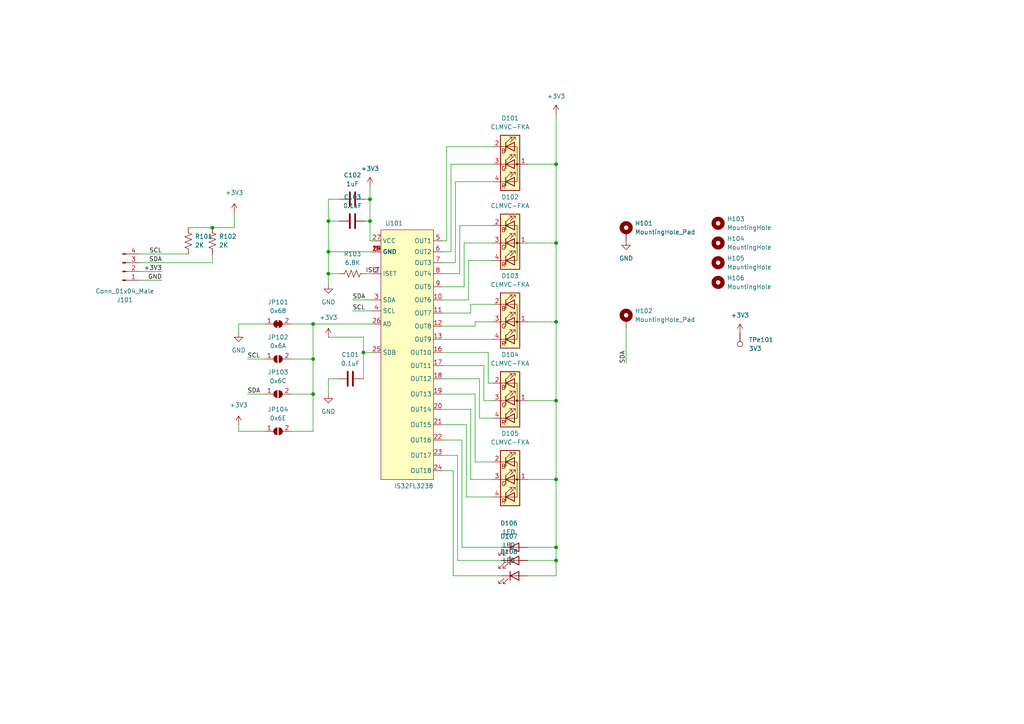
<source format=kicad_sch>
(kicad_sch (version 20211123) (generator eeschema)

  (uuid e63e39d7-6ac0-4ffd-8aa3-1841a4541b55)

  (paper "A4")

  (lib_symbols
    (symbol "Connector:Conn_01x04_Male" (pin_names (offset 1.016) hide) (in_bom yes) (on_board yes)
      (property "Reference" "J" (id 0) (at 0 5.08 0)
        (effects (font (size 1.27 1.27)))
      )
      (property "Value" "Conn_01x04_Male" (id 1) (at 0 -7.62 0)
        (effects (font (size 1.27 1.27)))
      )
      (property "Footprint" "" (id 2) (at 0 0 0)
        (effects (font (size 1.27 1.27)) hide)
      )
      (property "Datasheet" "~" (id 3) (at 0 0 0)
        (effects (font (size 1.27 1.27)) hide)
      )
      (property "ki_keywords" "connector" (id 4) (at 0 0 0)
        (effects (font (size 1.27 1.27)) hide)
      )
      (property "ki_description" "Generic connector, single row, 01x04, script generated (kicad-library-utils/schlib/autogen/connector/)" (id 5) (at 0 0 0)
        (effects (font (size 1.27 1.27)) hide)
      )
      (property "ki_fp_filters" "Connector*:*_1x??_*" (id 6) (at 0 0 0)
        (effects (font (size 1.27 1.27)) hide)
      )
      (symbol "Conn_01x04_Male_1_1"
        (polyline
          (pts
            (xy 1.27 -5.08)
            (xy 0.8636 -5.08)
          )
          (stroke (width 0.1524) (type default) (color 0 0 0 0))
          (fill (type none))
        )
        (polyline
          (pts
            (xy 1.27 -2.54)
            (xy 0.8636 -2.54)
          )
          (stroke (width 0.1524) (type default) (color 0 0 0 0))
          (fill (type none))
        )
        (polyline
          (pts
            (xy 1.27 0)
            (xy 0.8636 0)
          )
          (stroke (width 0.1524) (type default) (color 0 0 0 0))
          (fill (type none))
        )
        (polyline
          (pts
            (xy 1.27 2.54)
            (xy 0.8636 2.54)
          )
          (stroke (width 0.1524) (type default) (color 0 0 0 0))
          (fill (type none))
        )
        (rectangle (start 0.8636 -4.953) (end 0 -5.207)
          (stroke (width 0.1524) (type default) (color 0 0 0 0))
          (fill (type outline))
        )
        (rectangle (start 0.8636 -2.413) (end 0 -2.667)
          (stroke (width 0.1524) (type default) (color 0 0 0 0))
          (fill (type outline))
        )
        (rectangle (start 0.8636 0.127) (end 0 -0.127)
          (stroke (width 0.1524) (type default) (color 0 0 0 0))
          (fill (type outline))
        )
        (rectangle (start 0.8636 2.667) (end 0 2.413)
          (stroke (width 0.1524) (type default) (color 0 0 0 0))
          (fill (type outline))
        )
        (pin passive line (at 5.08 2.54 180) (length 3.81)
          (name "Pin_1" (effects (font (size 1.27 1.27))))
          (number "1" (effects (font (size 1.27 1.27))))
        )
        (pin passive line (at 5.08 0 180) (length 3.81)
          (name "Pin_2" (effects (font (size 1.27 1.27))))
          (number "2" (effects (font (size 1.27 1.27))))
        )
        (pin passive line (at 5.08 -2.54 180) (length 3.81)
          (name "Pin_3" (effects (font (size 1.27 1.27))))
          (number "3" (effects (font (size 1.27 1.27))))
        )
        (pin passive line (at 5.08 -5.08 180) (length 3.81)
          (name "Pin_4" (effects (font (size 1.27 1.27))))
          (number "4" (effects (font (size 1.27 1.27))))
        )
      )
    )
    (symbol "Connector:TestPoint" (pin_numbers hide) (pin_names (offset 0.762) hide) (in_bom yes) (on_board yes)
      (property "Reference" "TP" (id 0) (at 0 6.858 0)
        (effects (font (size 1.27 1.27)))
      )
      (property "Value" "TestPoint" (id 1) (at 0 5.08 0)
        (effects (font (size 1.27 1.27)))
      )
      (property "Footprint" "" (id 2) (at 5.08 0 0)
        (effects (font (size 1.27 1.27)) hide)
      )
      (property "Datasheet" "~" (id 3) (at 5.08 0 0)
        (effects (font (size 1.27 1.27)) hide)
      )
      (property "ki_keywords" "test point tp" (id 4) (at 0 0 0)
        (effects (font (size 1.27 1.27)) hide)
      )
      (property "ki_description" "test point" (id 5) (at 0 0 0)
        (effects (font (size 1.27 1.27)) hide)
      )
      (property "ki_fp_filters" "Pin* Test*" (id 6) (at 0 0 0)
        (effects (font (size 1.27 1.27)) hide)
      )
      (symbol "TestPoint_0_1"
        (circle (center 0 3.302) (radius 0.762)
          (stroke (width 0) (type default) (color 0 0 0 0))
          (fill (type none))
        )
      )
      (symbol "TestPoint_1_1"
        (pin passive line (at 0 0 90) (length 2.54)
          (name "1" (effects (font (size 1.27 1.27))))
          (number "1" (effects (font (size 1.27 1.27))))
        )
      )
    )
    (symbol "Device:C" (pin_numbers hide) (pin_names (offset 0.254)) (in_bom yes) (on_board yes)
      (property "Reference" "C" (id 0) (at 0.635 2.54 0)
        (effects (font (size 1.27 1.27)) (justify left))
      )
      (property "Value" "C" (id 1) (at 0.635 -2.54 0)
        (effects (font (size 1.27 1.27)) (justify left))
      )
      (property "Footprint" "" (id 2) (at 0.9652 -3.81 0)
        (effects (font (size 1.27 1.27)) hide)
      )
      (property "Datasheet" "~" (id 3) (at 0 0 0)
        (effects (font (size 1.27 1.27)) hide)
      )
      (property "ki_keywords" "cap capacitor" (id 4) (at 0 0 0)
        (effects (font (size 1.27 1.27)) hide)
      )
      (property "ki_description" "Unpolarized capacitor" (id 5) (at 0 0 0)
        (effects (font (size 1.27 1.27)) hide)
      )
      (property "ki_fp_filters" "C_*" (id 6) (at 0 0 0)
        (effects (font (size 1.27 1.27)) hide)
      )
      (symbol "C_0_1"
        (polyline
          (pts
            (xy -2.032 -0.762)
            (xy 2.032 -0.762)
          )
          (stroke (width 0.508) (type default) (color 0 0 0 0))
          (fill (type none))
        )
        (polyline
          (pts
            (xy -2.032 0.762)
            (xy 2.032 0.762)
          )
          (stroke (width 0.508) (type default) (color 0 0 0 0))
          (fill (type none))
        )
      )
      (symbol "C_1_1"
        (pin passive line (at 0 3.81 270) (length 2.794)
          (name "~" (effects (font (size 1.27 1.27))))
          (number "1" (effects (font (size 1.27 1.27))))
        )
        (pin passive line (at 0 -3.81 90) (length 2.794)
          (name "~" (effects (font (size 1.27 1.27))))
          (number "2" (effects (font (size 1.27 1.27))))
        )
      )
    )
    (symbol "Device:LED" (pin_numbers hide) (pin_names (offset 1.016) hide) (in_bom yes) (on_board yes)
      (property "Reference" "D" (id 0) (at 0 2.54 0)
        (effects (font (size 1.27 1.27)))
      )
      (property "Value" "LED" (id 1) (at 0 -2.54 0)
        (effects (font (size 1.27 1.27)))
      )
      (property "Footprint" "" (id 2) (at 0 0 0)
        (effects (font (size 1.27 1.27)) hide)
      )
      (property "Datasheet" "~" (id 3) (at 0 0 0)
        (effects (font (size 1.27 1.27)) hide)
      )
      (property "ki_keywords" "LED diode" (id 4) (at 0 0 0)
        (effects (font (size 1.27 1.27)) hide)
      )
      (property "ki_description" "Light emitting diode" (id 5) (at 0 0 0)
        (effects (font (size 1.27 1.27)) hide)
      )
      (property "ki_fp_filters" "LED* LED_SMD:* LED_THT:*" (id 6) (at 0 0 0)
        (effects (font (size 1.27 1.27)) hide)
      )
      (symbol "LED_0_1"
        (polyline
          (pts
            (xy -1.27 -1.27)
            (xy -1.27 1.27)
          )
          (stroke (width 0.254) (type default) (color 0 0 0 0))
          (fill (type none))
        )
        (polyline
          (pts
            (xy -1.27 0)
            (xy 1.27 0)
          )
          (stroke (width 0) (type default) (color 0 0 0 0))
          (fill (type none))
        )
        (polyline
          (pts
            (xy 1.27 -1.27)
            (xy 1.27 1.27)
            (xy -1.27 0)
            (xy 1.27 -1.27)
          )
          (stroke (width 0.254) (type default) (color 0 0 0 0))
          (fill (type none))
        )
        (polyline
          (pts
            (xy -3.048 -0.762)
            (xy -4.572 -2.286)
            (xy -3.81 -2.286)
            (xy -4.572 -2.286)
            (xy -4.572 -1.524)
          )
          (stroke (width 0) (type default) (color 0 0 0 0))
          (fill (type none))
        )
        (polyline
          (pts
            (xy -1.778 -0.762)
            (xy -3.302 -2.286)
            (xy -2.54 -2.286)
            (xy -3.302 -2.286)
            (xy -3.302 -1.524)
          )
          (stroke (width 0) (type default) (color 0 0 0 0))
          (fill (type none))
        )
      )
      (symbol "LED_1_1"
        (pin passive line (at -3.81 0 0) (length 2.54)
          (name "K" (effects (font (size 1.27 1.27))))
          (number "1" (effects (font (size 1.27 1.27))))
        )
        (pin passive line (at 3.81 0 180) (length 2.54)
          (name "A" (effects (font (size 1.27 1.27))))
          (number "2" (effects (font (size 1.27 1.27))))
        )
      )
    )
    (symbol "Device:R_US" (pin_numbers hide) (pin_names (offset 0)) (in_bom yes) (on_board yes)
      (property "Reference" "R" (id 0) (at 2.54 0 90)
        (effects (font (size 1.27 1.27)))
      )
      (property "Value" "R_US" (id 1) (at -2.54 0 90)
        (effects (font (size 1.27 1.27)))
      )
      (property "Footprint" "" (id 2) (at 1.016 -0.254 90)
        (effects (font (size 1.27 1.27)) hide)
      )
      (property "Datasheet" "~" (id 3) (at 0 0 0)
        (effects (font (size 1.27 1.27)) hide)
      )
      (property "ki_keywords" "R res resistor" (id 4) (at 0 0 0)
        (effects (font (size 1.27 1.27)) hide)
      )
      (property "ki_description" "Resistor, US symbol" (id 5) (at 0 0 0)
        (effects (font (size 1.27 1.27)) hide)
      )
      (property "ki_fp_filters" "R_*" (id 6) (at 0 0 0)
        (effects (font (size 1.27 1.27)) hide)
      )
      (symbol "R_US_0_1"
        (polyline
          (pts
            (xy 0 -2.286)
            (xy 0 -2.54)
          )
          (stroke (width 0) (type default) (color 0 0 0 0))
          (fill (type none))
        )
        (polyline
          (pts
            (xy 0 2.286)
            (xy 0 2.54)
          )
          (stroke (width 0) (type default) (color 0 0 0 0))
          (fill (type none))
        )
        (polyline
          (pts
            (xy 0 -0.762)
            (xy 1.016 -1.143)
            (xy 0 -1.524)
            (xy -1.016 -1.905)
            (xy 0 -2.286)
          )
          (stroke (width 0) (type default) (color 0 0 0 0))
          (fill (type none))
        )
        (polyline
          (pts
            (xy 0 0.762)
            (xy 1.016 0.381)
            (xy 0 0)
            (xy -1.016 -0.381)
            (xy 0 -0.762)
          )
          (stroke (width 0) (type default) (color 0 0 0 0))
          (fill (type none))
        )
        (polyline
          (pts
            (xy 0 2.286)
            (xy 1.016 1.905)
            (xy 0 1.524)
            (xy -1.016 1.143)
            (xy 0 0.762)
          )
          (stroke (width 0) (type default) (color 0 0 0 0))
          (fill (type none))
        )
      )
      (symbol "R_US_1_1"
        (pin passive line (at 0 3.81 270) (length 1.27)
          (name "~" (effects (font (size 1.27 1.27))))
          (number "1" (effects (font (size 1.27 1.27))))
        )
        (pin passive line (at 0 -3.81 90) (length 1.27)
          (name "~" (effects (font (size 1.27 1.27))))
          (number "2" (effects (font (size 1.27 1.27))))
        )
      )
    )
    (symbol "Jumper:SolderJumper_2_Bridged" (pin_names (offset 0) hide) (in_bom yes) (on_board yes)
      (property "Reference" "JP" (id 0) (at 0 2.032 0)
        (effects (font (size 1.27 1.27)))
      )
      (property "Value" "SolderJumper_2_Bridged" (id 1) (at 0 -2.54 0)
        (effects (font (size 1.27 1.27)))
      )
      (property "Footprint" "" (id 2) (at 0 0 0)
        (effects (font (size 1.27 1.27)) hide)
      )
      (property "Datasheet" "~" (id 3) (at 0 0 0)
        (effects (font (size 1.27 1.27)) hide)
      )
      (property "ki_keywords" "solder jumper SPST" (id 4) (at 0 0 0)
        (effects (font (size 1.27 1.27)) hide)
      )
      (property "ki_description" "Solder Jumper, 2-pole, closed/bridged" (id 5) (at 0 0 0)
        (effects (font (size 1.27 1.27)) hide)
      )
      (property "ki_fp_filters" "SolderJumper*Bridged*" (id 6) (at 0 0 0)
        (effects (font (size 1.27 1.27)) hide)
      )
      (symbol "SolderJumper_2_Bridged_0_1"
        (rectangle (start -0.508 0.508) (end 0.508 -0.508)
          (stroke (width 0) (type default) (color 0 0 0 0))
          (fill (type outline))
        )
        (arc (start -0.254 1.016) (mid -1.27 0) (end -0.254 -1.016)
          (stroke (width 0) (type default) (color 0 0 0 0))
          (fill (type none))
        )
        (arc (start -0.254 1.016) (mid -1.27 0) (end -0.254 -1.016)
          (stroke (width 0) (type default) (color 0 0 0 0))
          (fill (type outline))
        )
        (polyline
          (pts
            (xy -0.254 1.016)
            (xy -0.254 -1.016)
          )
          (stroke (width 0) (type default) (color 0 0 0 0))
          (fill (type none))
        )
        (polyline
          (pts
            (xy 0.254 1.016)
            (xy 0.254 -1.016)
          )
          (stroke (width 0) (type default) (color 0 0 0 0))
          (fill (type none))
        )
        (arc (start 0.254 -1.016) (mid 1.27 0) (end 0.254 1.016)
          (stroke (width 0) (type default) (color 0 0 0 0))
          (fill (type none))
        )
        (arc (start 0.254 -1.016) (mid 1.27 0) (end 0.254 1.016)
          (stroke (width 0) (type default) (color 0 0 0 0))
          (fill (type outline))
        )
      )
      (symbol "SolderJumper_2_Bridged_1_1"
        (pin passive line (at -3.81 0 0) (length 2.54)
          (name "A" (effects (font (size 1.27 1.27))))
          (number "1" (effects (font (size 1.27 1.27))))
        )
        (pin passive line (at 3.81 0 180) (length 2.54)
          (name "B" (effects (font (size 1.27 1.27))))
          (number "2" (effects (font (size 1.27 1.27))))
        )
      )
    )
    (symbol "Jumper:SolderJumper_2_Open" (pin_names (offset 0) hide) (in_bom yes) (on_board yes)
      (property "Reference" "JP" (id 0) (at 0 2.032 0)
        (effects (font (size 1.27 1.27)))
      )
      (property "Value" "SolderJumper_2_Open" (id 1) (at 0 -2.54 0)
        (effects (font (size 1.27 1.27)))
      )
      (property "Footprint" "" (id 2) (at 0 0 0)
        (effects (font (size 1.27 1.27)) hide)
      )
      (property "Datasheet" "~" (id 3) (at 0 0 0)
        (effects (font (size 1.27 1.27)) hide)
      )
      (property "ki_keywords" "solder jumper SPST" (id 4) (at 0 0 0)
        (effects (font (size 1.27 1.27)) hide)
      )
      (property "ki_description" "Solder Jumper, 2-pole, open" (id 5) (at 0 0 0)
        (effects (font (size 1.27 1.27)) hide)
      )
      (property "ki_fp_filters" "SolderJumper*Open*" (id 6) (at 0 0 0)
        (effects (font (size 1.27 1.27)) hide)
      )
      (symbol "SolderJumper_2_Open_0_1"
        (arc (start -0.254 1.016) (mid -1.27 0) (end -0.254 -1.016)
          (stroke (width 0) (type default) (color 0 0 0 0))
          (fill (type none))
        )
        (arc (start -0.254 1.016) (mid -1.27 0) (end -0.254 -1.016)
          (stroke (width 0) (type default) (color 0 0 0 0))
          (fill (type outline))
        )
        (polyline
          (pts
            (xy -0.254 1.016)
            (xy -0.254 -1.016)
          )
          (stroke (width 0) (type default) (color 0 0 0 0))
          (fill (type none))
        )
        (polyline
          (pts
            (xy 0.254 1.016)
            (xy 0.254 -1.016)
          )
          (stroke (width 0) (type default) (color 0 0 0 0))
          (fill (type none))
        )
        (arc (start 0.254 -1.016) (mid 1.27 0) (end 0.254 1.016)
          (stroke (width 0) (type default) (color 0 0 0 0))
          (fill (type none))
        )
        (arc (start 0.254 -1.016) (mid 1.27 0) (end 0.254 1.016)
          (stroke (width 0) (type default) (color 0 0 0 0))
          (fill (type outline))
        )
      )
      (symbol "SolderJumper_2_Open_1_1"
        (pin passive line (at -3.81 0 0) (length 2.54)
          (name "A" (effects (font (size 1.27 1.27))))
          (number "1" (effects (font (size 1.27 1.27))))
        )
        (pin passive line (at 3.81 0 180) (length 2.54)
          (name "B" (effects (font (size 1.27 1.27))))
          (number "2" (effects (font (size 1.27 1.27))))
        )
      )
    )
    (symbol "Mechanical:MountingHole" (pin_names (offset 1.016)) (in_bom yes) (on_board yes)
      (property "Reference" "H" (id 0) (at 0 5.08 0)
        (effects (font (size 1.27 1.27)))
      )
      (property "Value" "MountingHole" (id 1) (at 0 3.175 0)
        (effects (font (size 1.27 1.27)))
      )
      (property "Footprint" "" (id 2) (at 0 0 0)
        (effects (font (size 1.27 1.27)) hide)
      )
      (property "Datasheet" "~" (id 3) (at 0 0 0)
        (effects (font (size 1.27 1.27)) hide)
      )
      (property "ki_keywords" "mounting hole" (id 4) (at 0 0 0)
        (effects (font (size 1.27 1.27)) hide)
      )
      (property "ki_description" "Mounting Hole without connection" (id 5) (at 0 0 0)
        (effects (font (size 1.27 1.27)) hide)
      )
      (property "ki_fp_filters" "MountingHole*" (id 6) (at 0 0 0)
        (effects (font (size 1.27 1.27)) hide)
      )
      (symbol "MountingHole_0_1"
        (circle (center 0 0) (radius 1.27)
          (stroke (width 1.27) (type default) (color 0 0 0 0))
          (fill (type none))
        )
      )
    )
    (symbol "Mechanical:MountingHole_Pad" (pin_numbers hide) (pin_names (offset 1.016) hide) (in_bom yes) (on_board yes)
      (property "Reference" "H" (id 0) (at 0 6.35 0)
        (effects (font (size 1.27 1.27)))
      )
      (property "Value" "MountingHole_Pad" (id 1) (at 0 4.445 0)
        (effects (font (size 1.27 1.27)))
      )
      (property "Footprint" "" (id 2) (at 0 0 0)
        (effects (font (size 1.27 1.27)) hide)
      )
      (property "Datasheet" "~" (id 3) (at 0 0 0)
        (effects (font (size 1.27 1.27)) hide)
      )
      (property "ki_keywords" "mounting hole" (id 4) (at 0 0 0)
        (effects (font (size 1.27 1.27)) hide)
      )
      (property "ki_description" "Mounting Hole with connection" (id 5) (at 0 0 0)
        (effects (font (size 1.27 1.27)) hide)
      )
      (property "ki_fp_filters" "MountingHole*Pad*" (id 6) (at 0 0 0)
        (effects (font (size 1.27 1.27)) hide)
      )
      (symbol "MountingHole_Pad_0_1"
        (circle (center 0 1.27) (radius 1.27)
          (stroke (width 1.27) (type default) (color 0 0 0 0))
          (fill (type none))
        )
      )
      (symbol "MountingHole_Pad_1_1"
        (pin input line (at 0 -2.54 90) (length 2.54)
          (name "1" (effects (font (size 1.27 1.27))))
          (number "1" (effects (font (size 1.27 1.27))))
        )
      )
    )
    (symbol "power:+3V3" (power) (pin_names (offset 0)) (in_bom yes) (on_board yes)
      (property "Reference" "#PWR" (id 0) (at 0 -3.81 0)
        (effects (font (size 1.27 1.27)) hide)
      )
      (property "Value" "+3V3" (id 1) (at 0 3.556 0)
        (effects (font (size 1.27 1.27)))
      )
      (property "Footprint" "" (id 2) (at 0 0 0)
        (effects (font (size 1.27 1.27)) hide)
      )
      (property "Datasheet" "" (id 3) (at 0 0 0)
        (effects (font (size 1.27 1.27)) hide)
      )
      (property "ki_keywords" "power-flag" (id 4) (at 0 0 0)
        (effects (font (size 1.27 1.27)) hide)
      )
      (property "ki_description" "Power symbol creates a global label with name \"+3V3\"" (id 5) (at 0 0 0)
        (effects (font (size 1.27 1.27)) hide)
      )
      (symbol "+3V3_0_1"
        (polyline
          (pts
            (xy -0.762 1.27)
            (xy 0 2.54)
          )
          (stroke (width 0) (type default) (color 0 0 0 0))
          (fill (type none))
        )
        (polyline
          (pts
            (xy 0 0)
            (xy 0 2.54)
          )
          (stroke (width 0) (type default) (color 0 0 0 0))
          (fill (type none))
        )
        (polyline
          (pts
            (xy 0 2.54)
            (xy 0.762 1.27)
          )
          (stroke (width 0) (type default) (color 0 0 0 0))
          (fill (type none))
        )
      )
      (symbol "+3V3_1_1"
        (pin power_in line (at 0 0 90) (length 0) hide
          (name "+3V3" (effects (font (size 1.27 1.27))))
          (number "1" (effects (font (size 1.27 1.27))))
        )
      )
    )
    (symbol "power:GND" (power) (pin_names (offset 0)) (in_bom yes) (on_board yes)
      (property "Reference" "#PWR" (id 0) (at 0 -6.35 0)
        (effects (font (size 1.27 1.27)) hide)
      )
      (property "Value" "GND" (id 1) (at 0 -3.81 0)
        (effects (font (size 1.27 1.27)))
      )
      (property "Footprint" "" (id 2) (at 0 0 0)
        (effects (font (size 1.27 1.27)) hide)
      )
      (property "Datasheet" "" (id 3) (at 0 0 0)
        (effects (font (size 1.27 1.27)) hide)
      )
      (property "ki_keywords" "power-flag" (id 4) (at 0 0 0)
        (effects (font (size 1.27 1.27)) hide)
      )
      (property "ki_description" "Power symbol creates a global label with name \"GND\" , ground" (id 5) (at 0 0 0)
        (effects (font (size 1.27 1.27)) hide)
      )
      (symbol "GND_0_1"
        (polyline
          (pts
            (xy 0 0)
            (xy 0 -1.27)
            (xy 1.27 -1.27)
            (xy 0 -2.54)
            (xy -1.27 -1.27)
            (xy 0 -1.27)
          )
          (stroke (width 0) (type default) (color 0 0 0 0))
          (fill (type none))
        )
      )
      (symbol "GND_1_1"
        (pin power_in line (at 0 0 270) (length 0) hide
          (name "GND" (effects (font (size 1.27 1.27))))
          (number "1" (effects (font (size 1.27 1.27))))
        )
      )
    )
    (symbol "uFinder:CLMVC-FKA" (pin_names (offset 0) hide) (in_bom yes) (on_board yes)
      (property "Reference" "D" (id 0) (at 0 9.398 0)
        (effects (font (size 1.27 1.27)))
      )
      (property "Value" "CLMVC-FKA" (id 1) (at 0 -8.89 0)
        (effects (font (size 1.27 1.27)))
      )
      (property "Footprint" "LED_SMD:LED_Cree-PLCC4_2x2mm_CW" (id 2) (at 0 -1.27 0)
        (effects (font (size 1.27 1.27)) hide)
      )
      (property "Datasheet" "https://cree-led.com/media/documents/1273-CLMVC-FKA.pdf" (id 3) (at 0 -1.27 0)
        (effects (font (size 1.27 1.27)) hide)
      )
      (property "ki_keywords" "led rgb diode" (id 4) (at 0 0 0)
        (effects (font (size 1.27 1.27)) hide)
      )
      (property "ki_description" "Cree PLCC4 3 in 1 SMD LED" (id 5) (at 0 0 0)
        (effects (font (size 1.27 1.27)) hide)
      )
      (property "ki_fp_filters" "*Cree*PLCC4*3.2x2.8mm*" (id 6) (at 0 0 0)
        (effects (font (size 1.27 1.27)) hide)
      )
      (symbol "CLMVC-FKA_0_0"
        (text "B" (at -1.905 3.81 0)
          (effects (font (size 1.27 1.27)))
        )
        (text "G" (at -1.905 -1.27 0)
          (effects (font (size 1.27 1.27)))
        )
        (text "R" (at -1.905 -6.35 0)
          (effects (font (size 1.27 1.27)))
        )
      )
      (symbol "CLMVC-FKA_0_1"
        (polyline
          (pts
            (xy -2.54 -5.08)
            (xy 1.27 -5.08)
          )
          (stroke (width 0) (type default) (color 0 0 0 0))
          (fill (type none))
        )
        (polyline
          (pts
            (xy -1.27 -3.81)
            (xy -1.27 -6.35)
          )
          (stroke (width 0.254) (type default) (color 0 0 0 0))
          (fill (type none))
        )
        (polyline
          (pts
            (xy -1.27 1.27)
            (xy -1.27 -1.27)
          )
          (stroke (width 0.254) (type default) (color 0 0 0 0))
          (fill (type none))
        )
        (polyline
          (pts
            (xy -1.27 6.35)
            (xy -1.27 3.81)
          )
          (stroke (width 0.254) (type default) (color 0 0 0 0))
          (fill (type none))
        )
        (polyline
          (pts
            (xy 1.27 5.08)
            (xy -2.54 5.08)
          )
          (stroke (width 0) (type default) (color 0 0 0 0))
          (fill (type none))
        )
        (polyline
          (pts
            (xy 2.54 0)
            (xy -2.54 0)
          )
          (stroke (width 0) (type default) (color 0 0 0 0))
          (fill (type none))
        )
        (polyline
          (pts
            (xy 1.27 -5.08)
            (xy 2.032 -5.08)
            (xy 2.032 5.08)
            (xy 1.27 5.08)
          )
          (stroke (width 0) (type default) (color 0 0 0 0))
          (fill (type none))
        )
        (polyline
          (pts
            (xy 1.27 -3.81)
            (xy 1.27 -6.35)
            (xy -1.27 -5.08)
            (xy 1.27 -3.81)
          )
          (stroke (width 0.254) (type default) (color 0 0 0 0))
          (fill (type none))
        )
        (polyline
          (pts
            (xy 1.27 1.27)
            (xy 1.27 -1.27)
            (xy -1.27 0)
            (xy 1.27 1.27)
          )
          (stroke (width 0.254) (type default) (color 0 0 0 0))
          (fill (type none))
        )
        (polyline
          (pts
            (xy 1.27 6.35)
            (xy 1.27 3.81)
            (xy -1.27 5.08)
            (xy 1.27 6.35)
          )
          (stroke (width 0.254) (type default) (color 0 0 0 0))
          (fill (type none))
        )
        (polyline
          (pts
            (xy -1.016 -3.81)
            (xy 0.508 -2.286)
            (xy -0.254 -2.286)
            (xy 0.508 -2.286)
            (xy 0.508 -3.048)
          )
          (stroke (width 0) (type default) (color 0 0 0 0))
          (fill (type none))
        )
        (polyline
          (pts
            (xy -1.016 1.27)
            (xy 0.508 2.794)
            (xy -0.254 2.794)
            (xy 0.508 2.794)
            (xy 0.508 2.032)
          )
          (stroke (width 0) (type default) (color 0 0 0 0))
          (fill (type none))
        )
        (polyline
          (pts
            (xy -1.016 6.35)
            (xy 0.508 7.874)
            (xy -0.254 7.874)
            (xy 0.508 7.874)
            (xy 0.508 7.112)
          )
          (stroke (width 0) (type default) (color 0 0 0 0))
          (fill (type none))
        )
        (polyline
          (pts
            (xy 0 -3.81)
            (xy 1.524 -2.286)
            (xy 0.762 -2.286)
            (xy 1.524 -2.286)
            (xy 1.524 -3.048)
          )
          (stroke (width 0) (type default) (color 0 0 0 0))
          (fill (type none))
        )
        (polyline
          (pts
            (xy 0 1.27)
            (xy 1.524 2.794)
            (xy 0.762 2.794)
            (xy 1.524 2.794)
            (xy 1.524 2.032)
          )
          (stroke (width 0) (type default) (color 0 0 0 0))
          (fill (type none))
        )
        (polyline
          (pts
            (xy 0 6.35)
            (xy 1.524 7.874)
            (xy 0.762 7.874)
            (xy 1.524 7.874)
            (xy 1.524 7.112)
          )
          (stroke (width 0) (type default) (color 0 0 0 0))
          (fill (type none))
        )
        (rectangle (start 1.27 6.35) (end 1.27 6.35)
          (stroke (width 0) (type default) (color 0 0 0 0))
          (fill (type none))
        )
        (circle (center 2.032 0) (radius 0.254)
          (stroke (width 0) (type default) (color 0 0 0 0))
          (fill (type outline))
        )
        (rectangle (start 2.794 8.382) (end -2.794 -7.62)
          (stroke (width 0.254) (type default) (color 0 0 0 0))
          (fill (type background))
        )
      )
      (symbol "CLMVC-FKA_1_1"
        (pin passive line (at 5.08 0 180) (length 2.54)
          (name "A" (effects (font (size 1.27 1.27))))
          (number "1" (effects (font (size 1.27 1.27))))
        )
        (pin passive line (at -5.08 5.08 0) (length 2.54)
          (name "BK" (effects (font (size 1.27 1.27))))
          (number "2" (effects (font (size 1.27 1.27))))
        )
        (pin passive line (at -5.08 0 0) (length 2.54)
          (name "GK" (effects (font (size 1.27 1.27))))
          (number "3" (effects (font (size 1.27 1.27))))
        )
        (pin passive line (at -5.08 -5.08 0) (length 2.54)
          (name "RK" (effects (font (size 1.27 1.27))))
          (number "4" (effects (font (size 1.27 1.27))))
        )
      )
    )
    (symbol "uFinder:IS32FL3238" (in_bom yes) (on_board yes)
      (property "Reference" "U" (id 0) (at -3.175 12.7 0)
        (effects (font (size 1.27 1.27)))
      )
      (property "Value" "IS32FL3238" (id 1) (at 2.54 -63.5 0)
        (effects (font (size 1.27 1.27)))
      )
      (property "Footprint" "Package_SO:TSSOP-28-1EP_4.4x9.7mm_P0.65mm_EP2.85x6.7mm" (id 2) (at 0 0 0)
        (effects (font (size 1.27 1.27)) hide)
      )
      (property "Datasheet" "" (id 3) (at 0 0 0)
        (effects (font (size 1.27 1.27)) hide)
      )
      (symbol "IS32FL3238_0_1"
        (rectangle (start -6.985 10.795) (end 8.255 -61.595)
          (stroke (width 0) (type default) (color 0 0 0 0))
          (fill (type background))
        )
      )
      (symbol "IS32FL3238_1_1"
        (pin power_in line (at -9.525 4.445 0) (length 2.54)
          (name "GND" (effects (font (size 1.27 1.27))))
          (number "1" (effects (font (size 1.27 1.27))))
        )
        (pin output line (at 10.795 -9.525 180) (length 2.54)
          (name "OUT6" (effects (font (size 1.27 1.27))))
          (number "10" (effects (font (size 1.27 1.27))))
        )
        (pin output line (at 10.795 -13.335 180) (length 2.54)
          (name "OUT7" (effects (font (size 1.27 1.27))))
          (number "11" (effects (font (size 1.27 1.27))))
        )
        (pin output line (at 10.795 -17.145 180) (length 2.54)
          (name "OUT8" (effects (font (size 1.27 1.27))))
          (number "12" (effects (font (size 1.27 1.27))))
        )
        (pin output line (at 10.795 -20.955 180) (length 2.54)
          (name "OUT9" (effects (font (size 1.27 1.27))))
          (number "13" (effects (font (size 1.27 1.27))))
        )
        (pin power_in line (at -9.525 4.445 0) (length 2.54)
          (name "GND" (effects (font (size 1.27 1.27))))
          (number "14" (effects (font (size 1.27 1.27))))
        )
        (pin power_in line (at -9.525 4.445 0) (length 2.54)
          (name "GND" (effects (font (size 1.27 1.27))))
          (number "15" (effects (font (size 1.27 1.27))))
        )
        (pin output line (at 10.795 -24.765 180) (length 2.54)
          (name "OUT10" (effects (font (size 1.27 1.27))))
          (number "16" (effects (font (size 1.27 1.27))))
        )
        (pin output line (at 10.795 -28.575 180) (length 2.54)
          (name "OUT11" (effects (font (size 1.27 1.27))))
          (number "17" (effects (font (size 1.27 1.27))))
        )
        (pin output line (at 10.795 -32.385 180) (length 2.54)
          (name "OUT12" (effects (font (size 1.27 1.27))))
          (number "18" (effects (font (size 1.27 1.27))))
        )
        (pin output line (at 10.795 -36.83 180) (length 2.54)
          (name "OUT13" (effects (font (size 1.27 1.27))))
          (number "19" (effects (font (size 1.27 1.27))))
        )
        (pin input line (at -9.525 -1.905 0) (length 2.54)
          (name "ISET" (effects (font (size 1.27 1.27))))
          (number "2" (effects (font (size 1.27 1.27))))
        )
        (pin output line (at 10.795 -41.275 180) (length 2.54)
          (name "OUT14" (effects (font (size 1.27 1.27))))
          (number "20" (effects (font (size 1.27 1.27))))
        )
        (pin output line (at 10.795 -45.72 180) (length 2.54)
          (name "OUT15" (effects (font (size 1.27 1.27))))
          (number "21" (effects (font (size 1.27 1.27))))
        )
        (pin output line (at 10.795 -50.165 180) (length 2.54)
          (name "OUT16" (effects (font (size 1.27 1.27))))
          (number "22" (effects (font (size 1.27 1.27))))
        )
        (pin output line (at 10.795 -54.61 180) (length 2.54)
          (name "OUT17" (effects (font (size 1.27 1.27))))
          (number "23" (effects (font (size 1.27 1.27))))
        )
        (pin output line (at 10.795 -59.055 180) (length 2.54)
          (name "OUT18" (effects (font (size 1.27 1.27))))
          (number "24" (effects (font (size 1.27 1.27))))
        )
        (pin input line (at -9.525 -24.765 0) (length 2.54)
          (name "SDB" (effects (font (size 1.27 1.27))))
          (number "25" (effects (font (size 1.27 1.27))))
        )
        (pin input line (at -9.525 -16.51 0) (length 2.54)
          (name "AD" (effects (font (size 1.27 1.27))))
          (number "26" (effects (font (size 1.27 1.27))))
        )
        (pin power_in line (at -9.525 7.62 0) (length 2.54)
          (name "VCC" (effects (font (size 1.27 1.27))))
          (number "27" (effects (font (size 1.27 1.27))))
        )
        (pin power_in line (at -9.525 4.445 0) (length 2.54)
          (name "GND" (effects (font (size 1.27 1.27))))
          (number "28" (effects (font (size 1.27 1.27))))
        )
        (pin power_in line (at -9.525 4.445 0) (length 2.54)
          (name "GND" (effects (font (size 1.27 1.27))))
          (number "29" (effects (font (size 1.27 1.27))))
        )
        (pin bidirectional line (at -9.525 -9.525 0) (length 2.54)
          (name "SDA" (effects (font (size 1.27 1.27))))
          (number "3" (effects (font (size 1.27 1.27))))
        )
        (pin input line (at -9.525 -12.7 0) (length 2.54)
          (name "SCL" (effects (font (size 1.27 1.27))))
          (number "4" (effects (font (size 1.27 1.27))))
        )
        (pin output line (at 10.795 7.62 180) (length 2.54)
          (name "OUT1" (effects (font (size 1.27 1.27))))
          (number "5" (effects (font (size 1.27 1.27))))
        )
        (pin output line (at 10.795 4.445 180) (length 2.54)
          (name "OUT2" (effects (font (size 1.27 1.27))))
          (number "6" (effects (font (size 1.27 1.27))))
        )
        (pin output line (at 10.795 1.27 180) (length 2.54)
          (name "OUT3" (effects (font (size 1.27 1.27))))
          (number "7" (effects (font (size 1.27 1.27))))
        )
        (pin output line (at 10.795 -1.905 180) (length 2.54)
          (name "OUT4" (effects (font (size 1.27 1.27))))
          (number "8" (effects (font (size 1.27 1.27))))
        )
        (pin output line (at 10.795 -5.715 180) (length 2.54)
          (name "OUT5" (effects (font (size 1.27 1.27))))
          (number "9" (effects (font (size 1.27 1.27))))
        )
      )
    )
  )

  (junction (at 90.805 104.14) (diameter 0) (color 0 0 0 0)
    (uuid 02d054e4-d307-415e-a42c-abf7744636b7)
  )
  (junction (at 161.29 93.345) (diameter 0) (color 0 0 0 0)
    (uuid 0a925c7f-8cbe-4b15-89ce-8ba90b539415)
  )
  (junction (at 90.805 93.98) (diameter 0) (color 0 0 0 0)
    (uuid 0c001444-c245-4cc8-9ce7-4f85a6eae66d)
  )
  (junction (at 95.25 64.135) (diameter 0) (color 0 0 0 0)
    (uuid 13fc1e06-97de-40d8-87b1-4fe65b8c26a6)
  )
  (junction (at 161.29 47.625) (diameter 0) (color 0 0 0 0)
    (uuid 1e8026d7-0c37-47c5-ae75-3581eea77679)
  )
  (junction (at 161.29 139.065) (diameter 0) (color 0 0 0 0)
    (uuid 29bc28cc-03b1-4a3d-9801-3309d41580a2)
  )
  (junction (at 107.315 57.785) (diameter 0) (color 0 0 0 0)
    (uuid 409c54f7-cec2-4b52-aeca-dca5e023379a)
  )
  (junction (at 161.29 162.56) (diameter 0) (color 0 0 0 0)
    (uuid 543f395c-4fd6-47be-989a-37aef4f4ac83)
  )
  (junction (at 90.805 114.3) (diameter 0) (color 0 0 0 0)
    (uuid 7dbfdd0b-1e87-4a48-9d74-9589ba1db66b)
  )
  (junction (at 161.29 70.485) (diameter 0) (color 0 0 0 0)
    (uuid 834a415f-c95d-4d38-b1c0-b57414033acf)
  )
  (junction (at 105.41 102.235) (diameter 0) (color 0 0 0 0)
    (uuid 857753e1-197b-4e69-b2d2-c683302037e5)
  )
  (junction (at 161.29 158.75) (diameter 0) (color 0 0 0 0)
    (uuid 9e3ce38d-530d-4ba0-a4b5-be20c87607a4)
  )
  (junction (at 161.29 116.205) (diameter 0) (color 0 0 0 0)
    (uuid a7e4e8e8-bf4b-46bd-87ae-17cfda75a64c)
  )
  (junction (at 95.25 79.375) (diameter 0) (color 0 0 0 0)
    (uuid b78f23af-ecef-4424-90be-a4d3c84750b2)
  )
  (junction (at 61.595 66.04) (diameter 0) (color 0 0 0 0)
    (uuid dbb1a23b-d6af-4193-8d0f-36a69ad9786f)
  )
  (junction (at 107.315 64.135) (diameter 0) (color 0 0 0 0)
    (uuid efb5003a-90e7-4343-a247-15c6b65596db)
  )
  (junction (at 95.25 73.025) (diameter 0) (color 0 0 0 0)
    (uuid f8c7c715-ea5a-49d9-9eb7-26e9a3e3f933)
  )

  (wire (pts (xy 128.27 69.85) (xy 129.54 69.85))
    (stroke (width 0) (type default) (color 0 0 0 0))
    (uuid 0169dc85-c16c-439b-9927-60cec8c1aded)
  )
  (wire (pts (xy 161.29 162.56) (xy 161.29 167.005))
    (stroke (width 0) (type default) (color 0 0 0 0))
    (uuid 04e4dc79-25db-473d-bdd8-8921a4de423f)
  )
  (wire (pts (xy 135.89 86.995) (xy 135.89 75.565))
    (stroke (width 0) (type default) (color 0 0 0 0))
    (uuid 054840cc-252f-4f25-a869-e9a33722b5d7)
  )
  (wire (pts (xy 137.795 93.345) (xy 142.875 93.345))
    (stroke (width 0) (type default) (color 0 0 0 0))
    (uuid 07fd26e4-ea18-44dd-8ff3-1c9099789d8d)
  )
  (wire (pts (xy 132.08 76.2) (xy 132.08 52.705))
    (stroke (width 0) (type default) (color 0 0 0 0))
    (uuid 08be6fa5-430f-4f7c-bf51-2e1b9e055bb8)
  )
  (wire (pts (xy 153.035 70.485) (xy 161.29 70.485))
    (stroke (width 0) (type default) (color 0 0 0 0))
    (uuid 0cb2ad4f-f409-4a63-9129-3d0f5a0fd063)
  )
  (wire (pts (xy 128.27 118.745) (xy 136.525 118.745))
    (stroke (width 0) (type default) (color 0 0 0 0))
    (uuid 0cdc9f2f-f9cd-4538-9aa3-dfff258e593d)
  )
  (wire (pts (xy 136.525 139.065) (xy 142.875 139.065))
    (stroke (width 0) (type default) (color 0 0 0 0))
    (uuid 102790bc-26d6-4150-8a4f-02f0fb2724d3)
  )
  (wire (pts (xy 71.755 104.14) (xy 76.835 104.14))
    (stroke (width 0) (type default) (color 0 0 0 0))
    (uuid 12e87347-f746-48e5-8523-6db8978e118c)
  )
  (wire (pts (xy 95.25 57.785) (xy 95.25 64.135))
    (stroke (width 0) (type default) (color 0 0 0 0))
    (uuid 13f89575-370d-444b-bb94-92b26d1d77a9)
  )
  (wire (pts (xy 90.805 104.14) (xy 90.805 114.3))
    (stroke (width 0) (type default) (color 0 0 0 0))
    (uuid 16e0541b-5edf-47d4-b4a6-e4bf36c4beec)
  )
  (wire (pts (xy 128.27 114.3) (xy 137.795 114.3))
    (stroke (width 0) (type default) (color 0 0 0 0))
    (uuid 177b37f2-ea40-4335-abf8-a3b2c38a6e50)
  )
  (wire (pts (xy 128.27 98.425) (xy 142.875 98.425))
    (stroke (width 0) (type default) (color 0 0 0 0))
    (uuid 1848a0ec-4521-4981-9664-6aa51108548e)
  )
  (wire (pts (xy 134.62 83.185) (xy 134.62 70.485))
    (stroke (width 0) (type default) (color 0 0 0 0))
    (uuid 19ca424b-8f3f-431b-bf93-68378663c92c)
  )
  (wire (pts (xy 161.29 158.75) (xy 161.29 162.56))
    (stroke (width 0) (type default) (color 0 0 0 0))
    (uuid 1cbc785b-f001-4169-aab7-4fde6992f543)
  )
  (wire (pts (xy 107.315 69.85) (xy 107.315 64.135))
    (stroke (width 0) (type default) (color 0 0 0 0))
    (uuid 1da82e5d-dfed-41b2-ba5e-3a1d68571e18)
  )
  (wire (pts (xy 95.25 79.375) (xy 98.425 79.375))
    (stroke (width 0) (type default) (color 0 0 0 0))
    (uuid 1fc97b3c-3fb4-46c1-8b35-149ced11f3cb)
  )
  (wire (pts (xy 136.525 90.805) (xy 136.525 88.265))
    (stroke (width 0) (type default) (color 0 0 0 0))
    (uuid 2344c3eb-ea53-4cc0-87f1-9d825f5fc893)
  )
  (wire (pts (xy 140.335 116.205) (xy 142.875 116.205))
    (stroke (width 0) (type default) (color 0 0 0 0))
    (uuid 2df2e032-59ca-4c5e-9712-2cd897c3e994)
  )
  (wire (pts (xy 130.81 47.625) (xy 142.875 47.625))
    (stroke (width 0) (type default) (color 0 0 0 0))
    (uuid 2f634954-dfd0-4999-8e70-b4a255bee47c)
  )
  (wire (pts (xy 153.035 47.625) (xy 161.29 47.625))
    (stroke (width 0) (type default) (color 0 0 0 0))
    (uuid 38083523-00da-4d3d-a3cc-57e1ce0d44c3)
  )
  (wire (pts (xy 181.61 95.25) (xy 181.61 105.41))
    (stroke (width 0) (type default) (color 0 0 0 0))
    (uuid 39d13d8d-1d42-4cf5-9805-f158d60783e9)
  )
  (wire (pts (xy 128.27 76.2) (xy 132.08 76.2))
    (stroke (width 0) (type default) (color 0 0 0 0))
    (uuid 3a393bad-fc47-43ba-b216-fc42d66ea946)
  )
  (wire (pts (xy 133.35 65.405) (xy 142.875 65.405))
    (stroke (width 0) (type default) (color 0 0 0 0))
    (uuid 3c2c3483-2c90-4482-abc4-afa740147d34)
  )
  (wire (pts (xy 128.27 106.045) (xy 140.335 106.045))
    (stroke (width 0) (type default) (color 0 0 0 0))
    (uuid 3c4ca48f-f673-462a-8de5-25268ba7937e)
  )
  (wire (pts (xy 130.81 73.025) (xy 130.81 47.625))
    (stroke (width 0) (type default) (color 0 0 0 0))
    (uuid 3c6f195c-1eb6-4a4e-b27b-7ac9052961c0)
  )
  (wire (pts (xy 106.045 79.375) (xy 107.95 79.375))
    (stroke (width 0) (type default) (color 0 0 0 0))
    (uuid 3d198272-2483-4a50-b3cf-2c590887119d)
  )
  (wire (pts (xy 95.25 73.025) (xy 95.25 79.375))
    (stroke (width 0) (type default) (color 0 0 0 0))
    (uuid 403a16d4-cd08-4c5d-ab2d-49d75309b70e)
  )
  (wire (pts (xy 40.64 73.66) (xy 54.61 73.66))
    (stroke (width 0) (type default) (color 0 0 0 0))
    (uuid 4a6348c6-da97-439f-a5b9-9410b86a2e1a)
  )
  (wire (pts (xy 161.29 93.345) (xy 161.29 116.205))
    (stroke (width 0) (type default) (color 0 0 0 0))
    (uuid 4da674d1-6093-44b7-9a93-5d9ad098f122)
  )
  (wire (pts (xy 76.835 125.095) (xy 69.215 125.095))
    (stroke (width 0) (type default) (color 0 0 0 0))
    (uuid 4e1f42c8-5cc6-4a66-887b-8b318e03ca3f)
  )
  (wire (pts (xy 105.41 97.79) (xy 95.25 97.79))
    (stroke (width 0) (type default) (color 0 0 0 0))
    (uuid 5460b1a5-917e-4fe3-93d2-249cc869830b)
  )
  (wire (pts (xy 71.755 114.3) (xy 76.835 114.3))
    (stroke (width 0) (type default) (color 0 0 0 0))
    (uuid 560e4d3c-8c4c-42c0-868d-9ad30327d2ab)
  )
  (wire (pts (xy 95.25 64.135) (xy 95.25 73.025))
    (stroke (width 0) (type default) (color 0 0 0 0))
    (uuid 57c26123-df19-48eb-aa8b-dffe2026c66e)
  )
  (wire (pts (xy 131.445 136.525) (xy 131.445 167.005))
    (stroke (width 0) (type default) (color 0 0 0 0))
    (uuid 5df13a14-87d3-4e79-b2d9-67757d2fc341)
  )
  (wire (pts (xy 153.035 139.065) (xy 161.29 139.065))
    (stroke (width 0) (type default) (color 0 0 0 0))
    (uuid 5e594d39-5efa-4c4c-bdfa-f3d2b7848188)
  )
  (wire (pts (xy 105.41 102.235) (xy 105.41 97.79))
    (stroke (width 0) (type default) (color 0 0 0 0))
    (uuid 5e59face-5b8a-4c7d-adbb-52307fcb6756)
  )
  (wire (pts (xy 107.315 57.785) (xy 107.315 64.135))
    (stroke (width 0) (type default) (color 0 0 0 0))
    (uuid 5edcbf2a-b557-4e1e-bcd8-d10cfb567a88)
  )
  (wire (pts (xy 135.255 144.145) (xy 142.875 144.145))
    (stroke (width 0) (type default) (color 0 0 0 0))
    (uuid 5fe89285-15cc-4064-90f5-aa8ac1978983)
  )
  (wire (pts (xy 98.425 57.785) (xy 95.25 57.785))
    (stroke (width 0) (type default) (color 0 0 0 0))
    (uuid 60a85874-4646-45f0-9264-daaacae63cba)
  )
  (wire (pts (xy 95.25 109.855) (xy 95.25 114.3))
    (stroke (width 0) (type default) (color 0 0 0 0))
    (uuid 61277860-96f6-4139-a2f4-89b591abbc1b)
  )
  (wire (pts (xy 106.045 57.785) (xy 107.315 57.785))
    (stroke (width 0) (type default) (color 0 0 0 0))
    (uuid 61ac64a9-7875-48ac-9d9f-2d4cfe0a9fb1)
  )
  (wire (pts (xy 128.27 83.185) (xy 134.62 83.185))
    (stroke (width 0) (type default) (color 0 0 0 0))
    (uuid 62255aa4-94a9-4d10-9b84-1a8061e1b37a)
  )
  (wire (pts (xy 107.95 102.235) (xy 105.41 102.235))
    (stroke (width 0) (type default) (color 0 0 0 0))
    (uuid 642a3983-6f17-4df4-8ab3-f8c5e5d49fc0)
  )
  (wire (pts (xy 107.95 93.98) (xy 90.805 93.98))
    (stroke (width 0) (type default) (color 0 0 0 0))
    (uuid 68b34e2c-c4e8-4f31-975b-ab5a0cb736af)
  )
  (wire (pts (xy 135.89 75.565) (xy 142.875 75.565))
    (stroke (width 0) (type default) (color 0 0 0 0))
    (uuid 68f43ea6-6f46-4e36-bc6a-7b8b76dcd3b8)
  )
  (wire (pts (xy 132.715 132.08) (xy 132.715 162.56))
    (stroke (width 0) (type default) (color 0 0 0 0))
    (uuid 6d993b79-267d-4e3c-bf02-87ab31da129d)
  )
  (wire (pts (xy 129.54 69.85) (xy 129.54 42.545))
    (stroke (width 0) (type default) (color 0 0 0 0))
    (uuid 6f4af9e2-2428-45e2-8ffa-614413a37676)
  )
  (wire (pts (xy 135.255 123.19) (xy 135.255 144.145))
    (stroke (width 0) (type default) (color 0 0 0 0))
    (uuid 7184c50c-c905-4b0c-aa81-3c77680e4e94)
  )
  (wire (pts (xy 139.065 109.855) (xy 139.065 121.285))
    (stroke (width 0) (type default) (color 0 0 0 0))
    (uuid 73cac4dc-8400-46d1-a2b6-94c8dfd88270)
  )
  (wire (pts (xy 161.29 33.02) (xy 161.29 47.625))
    (stroke (width 0) (type default) (color 0 0 0 0))
    (uuid 7481db84-51b3-4a2e-8d1d-ebfb939b1379)
  )
  (wire (pts (xy 54.61 66.04) (xy 61.595 66.04))
    (stroke (width 0) (type default) (color 0 0 0 0))
    (uuid 7add6253-cfd8-4998-a596-64cb6ba66570)
  )
  (wire (pts (xy 107.315 53.975) (xy 107.315 57.785))
    (stroke (width 0) (type default) (color 0 0 0 0))
    (uuid 7bc5e438-aee2-4b89-bff8-9adef14bf7bb)
  )
  (wire (pts (xy 84.455 114.3) (xy 90.805 114.3))
    (stroke (width 0) (type default) (color 0 0 0 0))
    (uuid 7ee4a757-7e6c-4fdb-bd73-37331667f836)
  )
  (wire (pts (xy 161.29 116.205) (xy 161.29 139.065))
    (stroke (width 0) (type default) (color 0 0 0 0))
    (uuid 81859379-5075-4fd3-a05d-e24ef02e4035)
  )
  (wire (pts (xy 40.64 76.2) (xy 61.595 76.2))
    (stroke (width 0) (type default) (color 0 0 0 0))
    (uuid 82b20692-18f3-42f9-b84e-cc52f609679c)
  )
  (wire (pts (xy 136.525 118.745) (xy 136.525 139.065))
    (stroke (width 0) (type default) (color 0 0 0 0))
    (uuid 8315ebc8-d5e8-4640-b0b6-df838db7b744)
  )
  (wire (pts (xy 131.445 167.005) (xy 145.415 167.005))
    (stroke (width 0) (type default) (color 0 0 0 0))
    (uuid 83e4f812-382a-4b01-b670-83336efdca7b)
  )
  (wire (pts (xy 161.29 47.625) (xy 161.29 70.485))
    (stroke (width 0) (type default) (color 0 0 0 0))
    (uuid 844d7565-da2e-48fe-8637-09eb1212e1eb)
  )
  (wire (pts (xy 40.64 81.28) (xy 46.99 81.28))
    (stroke (width 0) (type default) (color 0 0 0 0))
    (uuid 855dd221-719d-4f13-a491-5af78b4e21ef)
  )
  (wire (pts (xy 84.455 93.98) (xy 90.805 93.98))
    (stroke (width 0) (type default) (color 0 0 0 0))
    (uuid 856d8fea-c74c-49ff-9a90-18ac5f081978)
  )
  (wire (pts (xy 128.27 123.19) (xy 135.255 123.19))
    (stroke (width 0) (type default) (color 0 0 0 0))
    (uuid 86a2690b-2203-45be-8c21-8178ba18e6d2)
  )
  (wire (pts (xy 128.27 90.805) (xy 136.525 90.805))
    (stroke (width 0) (type default) (color 0 0 0 0))
    (uuid 87e7f4cf-9bff-4e29-b51b-c8b31dc3c581)
  )
  (wire (pts (xy 133.985 127.635) (xy 133.985 158.75))
    (stroke (width 0) (type default) (color 0 0 0 0))
    (uuid 8b4060a4-c4fb-4e57-89c2-6c1b09d29b8d)
  )
  (wire (pts (xy 67.945 61.595) (xy 67.945 66.04))
    (stroke (width 0) (type default) (color 0 0 0 0))
    (uuid 9694c859-3116-4d06-93fd-e081fbb2c252)
  )
  (wire (pts (xy 153.035 116.205) (xy 161.29 116.205))
    (stroke (width 0) (type default) (color 0 0 0 0))
    (uuid 96b60017-3020-45cd-9e41-6f644bc9ae11)
  )
  (wire (pts (xy 97.79 109.855) (xy 95.25 109.855))
    (stroke (width 0) (type default) (color 0 0 0 0))
    (uuid 9b6661a1-ec76-4886-9aaa-c40d0b0fd876)
  )
  (wire (pts (xy 128.27 109.855) (xy 139.065 109.855))
    (stroke (width 0) (type default) (color 0 0 0 0))
    (uuid 9c1abd45-b675-4065-9fe2-68b302c5cbaa)
  )
  (wire (pts (xy 140.335 106.045) (xy 140.335 116.205))
    (stroke (width 0) (type default) (color 0 0 0 0))
    (uuid 9cf9e945-dcb0-4dba-9acc-0fe8d5c86c37)
  )
  (wire (pts (xy 133.35 79.375) (xy 133.35 65.405))
    (stroke (width 0) (type default) (color 0 0 0 0))
    (uuid a13fc486-e5e7-493f-aa53-59e227c815ba)
  )
  (wire (pts (xy 137.795 94.615) (xy 137.795 93.345))
    (stroke (width 0) (type default) (color 0 0 0 0))
    (uuid a3b1734b-6297-4ec2-b767-b041d195d63c)
  )
  (wire (pts (xy 134.62 70.485) (xy 142.875 70.485))
    (stroke (width 0) (type default) (color 0 0 0 0))
    (uuid a41588f2-6586-47e4-8285-9e67f9880349)
  )
  (wire (pts (xy 128.27 132.08) (xy 132.715 132.08))
    (stroke (width 0) (type default) (color 0 0 0 0))
    (uuid a51e0db7-79de-4e72-b9a3-e1e2e07d8f5b)
  )
  (wire (pts (xy 90.805 114.3) (xy 90.805 125.095))
    (stroke (width 0) (type default) (color 0 0 0 0))
    (uuid a57a75c8-8901-44e2-98a5-3c93f9b940dd)
  )
  (wire (pts (xy 128.27 86.995) (xy 135.89 86.995))
    (stroke (width 0) (type default) (color 0 0 0 0))
    (uuid a630f8dc-f96a-4d41-b0ca-1b6129b66516)
  )
  (wire (pts (xy 153.035 158.75) (xy 161.29 158.75))
    (stroke (width 0) (type default) (color 0 0 0 0))
    (uuid acc84ee6-e422-49db-8173-10b1e03b811e)
  )
  (wire (pts (xy 90.805 93.98) (xy 90.805 104.14))
    (stroke (width 0) (type default) (color 0 0 0 0))
    (uuid afa41217-306e-4da7-8a6a-6db1559dd7f2)
  )
  (wire (pts (xy 95.25 64.135) (xy 98.425 64.135))
    (stroke (width 0) (type default) (color 0 0 0 0))
    (uuid afae115c-1fdd-4379-956b-f1f15c27cc68)
  )
  (wire (pts (xy 132.715 162.56) (xy 145.415 162.56))
    (stroke (width 0) (type default) (color 0 0 0 0))
    (uuid b1ab9d4e-f92b-4f60-a4ad-8dc78ab10458)
  )
  (wire (pts (xy 137.795 114.3) (xy 137.795 133.985))
    (stroke (width 0) (type default) (color 0 0 0 0))
    (uuid b285ef7a-efff-4b74-9286-ff84b4e5182c)
  )
  (wire (pts (xy 102.235 90.17) (xy 107.95 90.17))
    (stroke (width 0) (type default) (color 0 0 0 0))
    (uuid b5850346-bbd8-4dd3-af38-6c78cc6eeeee)
  )
  (wire (pts (xy 69.215 93.98) (xy 69.215 96.52))
    (stroke (width 0) (type default) (color 0 0 0 0))
    (uuid b72626e4-985d-4da4-a14f-123cc3d25d32)
  )
  (wire (pts (xy 133.985 158.75) (xy 145.415 158.75))
    (stroke (width 0) (type default) (color 0 0 0 0))
    (uuid b8ab3df1-d15b-4def-9869-b8441552b6c1)
  )
  (wire (pts (xy 132.08 52.705) (xy 142.875 52.705))
    (stroke (width 0) (type default) (color 0 0 0 0))
    (uuid ba3c5baf-2ffa-434e-9ef4-d61bbfffc5df)
  )
  (wire (pts (xy 128.27 73.025) (xy 130.81 73.025))
    (stroke (width 0) (type default) (color 0 0 0 0))
    (uuid bfc3f479-d219-412a-99ab-7565d266fd99)
  )
  (wire (pts (xy 107.95 69.85) (xy 107.315 69.85))
    (stroke (width 0) (type default) (color 0 0 0 0))
    (uuid c39bab70-c88a-4165-b362-38b453666b66)
  )
  (wire (pts (xy 95.25 73.025) (xy 107.95 73.025))
    (stroke (width 0) (type default) (color 0 0 0 0))
    (uuid c4876682-6897-4134-8eda-d01f7ea88b3b)
  )
  (wire (pts (xy 161.29 139.065) (xy 161.29 158.75))
    (stroke (width 0) (type default) (color 0 0 0 0))
    (uuid c6b30915-ef92-43ab-add5-1e5b5c832718)
  )
  (wire (pts (xy 128.27 79.375) (xy 133.35 79.375))
    (stroke (width 0) (type default) (color 0 0 0 0))
    (uuid c85bc0c4-b379-4e03-9142-f76d1a8650cb)
  )
  (wire (pts (xy 128.27 94.615) (xy 137.795 94.615))
    (stroke (width 0) (type default) (color 0 0 0 0))
    (uuid c8a21a37-7340-4e4b-8708-4f2ab51a9879)
  )
  (wire (pts (xy 136.525 88.265) (xy 142.875 88.265))
    (stroke (width 0) (type default) (color 0 0 0 0))
    (uuid c8a500a2-2d86-46b9-997d-fb010d796502)
  )
  (wire (pts (xy 139.065 121.285) (xy 142.875 121.285))
    (stroke (width 0) (type default) (color 0 0 0 0))
    (uuid c97bc313-6d6f-4bd9-9da8-3e5cd3c4dba9)
  )
  (wire (pts (xy 95.25 79.375) (xy 95.25 82.55))
    (stroke (width 0) (type default) (color 0 0 0 0))
    (uuid ca85c2a8-6931-4d58-a394-f56c4478752a)
  )
  (wire (pts (xy 106.045 64.135) (xy 107.315 64.135))
    (stroke (width 0) (type default) (color 0 0 0 0))
    (uuid cac5d9d9-c76e-4d4f-9847-92f6ee50ec3a)
  )
  (wire (pts (xy 161.29 70.485) (xy 161.29 93.345))
    (stroke (width 0) (type default) (color 0 0 0 0))
    (uuid cd896d97-605c-4928-9f4b-b5fb8b5c6633)
  )
  (wire (pts (xy 137.795 133.985) (xy 142.875 133.985))
    (stroke (width 0) (type default) (color 0 0 0 0))
    (uuid d4a671ba-3bf3-4d8c-989c-464eb7c8d56c)
  )
  (wire (pts (xy 84.455 125.095) (xy 90.805 125.095))
    (stroke (width 0) (type default) (color 0 0 0 0))
    (uuid d6462d8f-8e3e-465a-9fc2-cd63a47d51ab)
  )
  (wire (pts (xy 141.605 102.235) (xy 141.605 111.125))
    (stroke (width 0) (type default) (color 0 0 0 0))
    (uuid d673d122-2f0d-41cb-9d81-0ae7aaa6c68f)
  )
  (wire (pts (xy 84.455 104.14) (xy 90.805 104.14))
    (stroke (width 0) (type default) (color 0 0 0 0))
    (uuid d9281c9f-e584-4070-9173-052d3f9921fb)
  )
  (wire (pts (xy 129.54 42.545) (xy 142.875 42.545))
    (stroke (width 0) (type default) (color 0 0 0 0))
    (uuid db38cc89-f0d6-48cd-82f3-66e309bc36ce)
  )
  (wire (pts (xy 69.215 123.19) (xy 69.215 125.095))
    (stroke (width 0) (type default) (color 0 0 0 0))
    (uuid dbe4971a-9c6d-4ef2-a10d-b14b3615d89f)
  )
  (wire (pts (xy 141.605 111.125) (xy 142.875 111.125))
    (stroke (width 0) (type default) (color 0 0 0 0))
    (uuid dfe5f01b-bb5a-49aa-8007-968a7b68ee8d)
  )
  (wire (pts (xy 128.27 127.635) (xy 133.985 127.635))
    (stroke (width 0) (type default) (color 0 0 0 0))
    (uuid e56f79bb-bf8d-4fda-ac99-d5495b628d49)
  )
  (wire (pts (xy 76.835 93.98) (xy 69.215 93.98))
    (stroke (width 0) (type default) (color 0 0 0 0))
    (uuid e81f03b3-bb64-43fc-b2ac-c2f2cb7fe790)
  )
  (wire (pts (xy 61.595 73.66) (xy 61.595 76.2))
    (stroke (width 0) (type default) (color 0 0 0 0))
    (uuid e983247c-79a7-4502-8068-9cca03153897)
  )
  (wire (pts (xy 61.595 66.04) (xy 67.945 66.04))
    (stroke (width 0) (type default) (color 0 0 0 0))
    (uuid ea32a9a6-f2c2-44c7-8a92-0ca4cb054998)
  )
  (wire (pts (xy 128.27 136.525) (xy 131.445 136.525))
    (stroke (width 0) (type default) (color 0 0 0 0))
    (uuid ef53daef-ded1-4f23-abab-362273dbdf52)
  )
  (wire (pts (xy 161.29 167.005) (xy 153.035 167.005))
    (stroke (width 0) (type default) (color 0 0 0 0))
    (uuid f0ebb3f9-6c85-4596-8a35-fadd96331742)
  )
  (wire (pts (xy 102.235 86.995) (xy 107.95 86.995))
    (stroke (width 0) (type default) (color 0 0 0 0))
    (uuid f1c7819c-fb53-4609-b345-af70019ad65f)
  )
  (wire (pts (xy 153.035 93.345) (xy 161.29 93.345))
    (stroke (width 0) (type default) (color 0 0 0 0))
    (uuid f79e35ca-7707-42cc-8a5d-c14629d82b1d)
  )
  (wire (pts (xy 105.41 102.235) (xy 105.41 109.855))
    (stroke (width 0) (type default) (color 0 0 0 0))
    (uuid f910b4fc-aa88-4d1a-95a2-695893ae2f3b)
  )
  (wire (pts (xy 128.27 102.235) (xy 141.605 102.235))
    (stroke (width 0) (type default) (color 0 0 0 0))
    (uuid f914cf46-d140-4d0e-932d-0c2bf5414acb)
  )
  (wire (pts (xy 153.035 162.56) (xy 161.29 162.56))
    (stroke (width 0) (type default) (color 0 0 0 0))
    (uuid faacf7d6-4b3e-4c09-8ad0-4d536552b7ae)
  )
  (wire (pts (xy 40.64 78.74) (xy 46.99 78.74))
    (stroke (width 0) (type default) (color 0 0 0 0))
    (uuid fbe4f56d-4439-4393-9c07-5ee376b3b90e)
  )

  (label "SDA" (at 46.99 76.2 180)
    (effects (font (size 1.27 1.27)) (justify right bottom))
    (uuid 0177b717-8f7d-4b62-97bb-d5eac4a4019b)
  )
  (label "SDA" (at 181.61 105.41 90)
    (effects (font (size 1.27 1.27)) (justify left bottom))
    (uuid 0d4623e0-8f0b-4238-b8dc-f13c86651387)
  )
  (label "SDA" (at 102.235 86.995 0)
    (effects (font (size 1.27 1.27)) (justify left bottom))
    (uuid 3922b2ec-7501-4e68-8c48-16e8a5696798)
  )
  (label "SCL" (at 71.755 104.14 0)
    (effects (font (size 1.27 1.27)) (justify left bottom))
    (uuid 4ca220cb-aa41-49d4-816d-664e0727e77d)
  )
  (label "+3V3" (at 46.99 78.74 180)
    (effects (font (size 1.27 1.27)) (justify right bottom))
    (uuid 7134e052-9715-4444-b7a0-6121e925c68c)
  )
  (label "SCL" (at 102.235 90.17 0)
    (effects (font (size 1.27 1.27)) (justify left bottom))
    (uuid a0d4a285-4240-4db1-96e6-356c1d3c1b55)
  )
  (label "SDA" (at 71.755 114.3 0)
    (effects (font (size 1.27 1.27)) (justify left bottom))
    (uuid b9a61fa2-b721-4269-8fe7-eefc66204955)
  )
  (label "ISET" (at 106.045 79.375 0)
    (effects (font (size 1.27 1.27)) (justify left bottom))
    (uuid d0e0e9bb-aae3-42fa-ae14-74349047f5d6)
  )
  (label "GND" (at 46.99 81.28 180)
    (effects (font (size 1.27 1.27)) (justify right bottom))
    (uuid e6854cff-2607-407d-b45f-37658e3ea8a5)
  )
  (label "SCL" (at 46.99 73.66 180)
    (effects (font (size 1.27 1.27)) (justify right bottom))
    (uuid f0f39cd4-ec10-4740-8c9f-2a648fe1ba10)
  )

  (symbol (lib_id "Device:C") (at 102.235 64.135 270) (unit 1)
    (in_bom yes) (on_board yes) (fields_autoplaced)
    (uuid 08eddf7b-c8b4-4c83-a86d-17cab3736450)
    (property "Reference" "C103" (id 0) (at 102.235 57.15 90))
    (property "Value" "0.1uF" (id 1) (at 102.235 59.69 90))
    (property "Footprint" "Capacitor_SMD:C_0805_2012Metric_Pad1.18x1.45mm_HandSolder" (id 2) (at 98.425 65.1002 0)
      (effects (font (size 1.27 1.27)) hide)
    )
    (property "Datasheet" "~" (id 3) (at 102.235 64.135 0)
      (effects (font (size 1.27 1.27)) hide)
    )
    (pin "1" (uuid b62e925e-50d0-4ee9-80e4-da7edbdc534e))
    (pin "2" (uuid 9d81d95c-5078-4273-9818-6f0eefcf5392))
  )

  (symbol (lib_id "Mechanical:MountingHole") (at 208.28 76.2 0) (unit 1)
    (in_bom yes) (on_board yes) (fields_autoplaced)
    (uuid 0adcf956-7cd8-46c1-ba6e-7cd4b5e35b08)
    (property "Reference" "H105" (id 0) (at 210.82 74.9299 0)
      (effects (font (size 1.27 1.27)) (justify left))
    )
    (property "Value" "MountingHole" (id 1) (at 210.82 77.4699 0)
      (effects (font (size 1.27 1.27)) (justify left))
    )
    (property "Footprint" "MountingHole:MountingHole_2.2mm_M2" (id 2) (at 208.28 76.2 0)
      (effects (font (size 1.27 1.27)) hide)
    )
    (property "Datasheet" "~" (id 3) (at 208.28 76.2 0)
      (effects (font (size 1.27 1.27)) hide)
    )
  )

  (symbol (lib_id "power:GND") (at 69.215 96.52 0) (unit 1)
    (in_bom yes) (on_board yes) (fields_autoplaced)
    (uuid 13aa481c-55e7-4b6b-9dc0-7e2defa9a4eb)
    (property "Reference" "#PWR0102" (id 0) (at 69.215 102.87 0)
      (effects (font (size 1.27 1.27)) hide)
    )
    (property "Value" "GND" (id 1) (at 69.215 101.6 0))
    (property "Footprint" "" (id 2) (at 69.215 96.52 0)
      (effects (font (size 1.27 1.27)) hide)
    )
    (property "Datasheet" "" (id 3) (at 69.215 96.52 0)
      (effects (font (size 1.27 1.27)) hide)
    )
    (pin "1" (uuid 0c4a1c82-36fe-4a35-84b3-a112e791c1a8))
  )

  (symbol (lib_id "Jumper:SolderJumper_2_Bridged") (at 80.645 93.98 0) (unit 1)
    (in_bom yes) (on_board yes) (fields_autoplaced)
    (uuid 150787a2-b16e-4687-b12f-c311c91bc04b)
    (property "Reference" "JP101" (id 0) (at 80.645 87.63 0))
    (property "Value" "0x68" (id 1) (at 80.645 90.17 0))
    (property "Footprint" "Jumper:SolderJumper-2_P1.3mm_Bridged_RoundedPad1.0x1.5mm" (id 2) (at 80.645 93.98 0)
      (effects (font (size 1.27 1.27)) hide)
    )
    (property "Datasheet" "~" (id 3) (at 80.645 93.98 0)
      (effects (font (size 1.27 1.27)) hide)
    )
    (pin "1" (uuid b4dd47ff-fb20-447b-9ca8-6b9606c08e01))
    (pin "2" (uuid 6866907e-fd53-4578-9468-4608c93cfa21))
  )

  (symbol (lib_id "power:+3V3") (at 95.25 97.79 0) (unit 1)
    (in_bom yes) (on_board yes) (fields_autoplaced)
    (uuid 222367f4-c65c-4f9a-b96e-6b34743b8977)
    (property "Reference" "#PWR0105" (id 0) (at 95.25 101.6 0)
      (effects (font (size 1.27 1.27)) hide)
    )
    (property "Value" "+3V3" (id 1) (at 95.25 92.075 0))
    (property "Footprint" "" (id 2) (at 95.25 97.79 0)
      (effects (font (size 1.27 1.27)) hide)
    )
    (property "Datasheet" "" (id 3) (at 95.25 97.79 0)
      (effects (font (size 1.27 1.27)) hide)
    )
    (pin "1" (uuid 06e8b973-25c3-42c9-af4e-ef7eb3cca9fd))
  )

  (symbol (lib_id "uFinder:CLMVC-FKA") (at 147.955 47.625 0) (unit 1)
    (in_bom yes) (on_board yes) (fields_autoplaced)
    (uuid 2f10fd22-c433-4557-908e-7e5c4d893f2f)
    (property "Reference" "D101" (id 0) (at 147.955 34.29 0))
    (property "Value" "CLMVC-FKA" (id 1) (at 147.955 36.83 0))
    (property "Footprint" "LED_SMD:LED_Cree-PLCC4_2x2mm_CW" (id 2) (at 147.955 48.895 0)
      (effects (font (size 1.27 1.27)) hide)
    )
    (property "Datasheet" "https://cree-led.com/media/documents/1273-CLMVC-FKA.pdf" (id 3) (at 147.955 48.895 0)
      (effects (font (size 1.27 1.27)) hide)
    )
    (pin "1" (uuid 0f620b84-d1a3-4ccc-bb57-474ed495aa04))
    (pin "2" (uuid fec15d96-7803-4d46-b8e1-e309a8c7f081))
    (pin "3" (uuid d4f2e1fe-57d5-421e-a6d7-c5d52a408ef2))
    (pin "4" (uuid cfd60727-7f1b-4f0e-b6c8-fdbe16da516a))
  )

  (symbol (lib_id "Connector:Conn_01x04_Male") (at 35.56 78.74 0) (mirror x) (unit 1)
    (in_bom yes) (on_board yes) (fields_autoplaced)
    (uuid 31f91ec8-56e4-4e08-9ccd-012652772211)
    (property "Reference" "J101" (id 0) (at 36.195 86.995 0))
    (property "Value" "Conn_01x04_Male" (id 1) (at 36.195 84.455 0))
    (property "Footprint" "Connector_JST:JST_SH_SM04B-SRSS-TB_1x04-1MP_P1.00mm_Horizontal" (id 2) (at 35.56 78.74 0)
      (effects (font (size 1.27 1.27)) hide)
    )
    (property "Datasheet" "~" (id 3) (at 35.56 78.74 0)
      (effects (font (size 1.27 1.27)) hide)
    )
    (pin "1" (uuid 2165c9a4-eb84-4cb6-a870-2fdc39d2511b))
    (pin "2" (uuid 84d4e166-b429-409a-ab37-c6a10fd82ff5))
    (pin "3" (uuid e87738fc-e372-4c48-9de9-398fd8b4874c))
    (pin "4" (uuid 2de1ffee-2174-41d2-8969-68b8d21e5a7d))
  )

  (symbol (lib_id "Device:LED") (at 149.225 158.75 0) (unit 1)
    (in_bom yes) (on_board yes) (fields_autoplaced)
    (uuid 33d00038-9c17-467c-b9a6-694abda23296)
    (property "Reference" "D106" (id 0) (at 147.6375 151.765 0))
    (property "Value" "LED" (id 1) (at 147.6375 154.305 0))
    (property "Footprint" "LED_SMD:LED_0805_2012Metric_Pad1.15x1.40mm_HandSolder" (id 2) (at 149.225 158.75 0)
      (effects (font (size 1.27 1.27)) hide)
    )
    (property "Datasheet" "~" (id 3) (at 149.225 158.75 0)
      (effects (font (size 1.27 1.27)) hide)
    )
    (pin "1" (uuid dc6caee7-e727-4438-9ad1-71ceab208ca3))
    (pin "2" (uuid f250022f-3b91-4a5d-a3d7-d9006da02997))
  )

  (symbol (lib_id "Device:R_US") (at 102.235 79.375 90) (unit 1)
    (in_bom yes) (on_board yes) (fields_autoplaced)
    (uuid 400807b8-0398-452a-82c7-312641a0f176)
    (property "Reference" "R103" (id 0) (at 102.235 73.66 90))
    (property "Value" "6.8K" (id 1) (at 102.235 76.2 90))
    (property "Footprint" "Resistor_SMD:R_0805_2012Metric_Pad1.20x1.40mm_HandSolder" (id 2) (at 102.489 78.359 90)
      (effects (font (size 1.27 1.27)) hide)
    )
    (property "Datasheet" "~" (id 3) (at 102.235 79.375 0)
      (effects (font (size 1.27 1.27)) hide)
    )
    (pin "1" (uuid dc4e3f36-1a63-403f-9b69-916253287a11))
    (pin "2" (uuid 62ae2c82-2ad1-41ed-9743-d3d2ec745ecf))
  )

  (symbol (lib_id "uFinder:CLMVC-FKA") (at 147.955 139.065 0) (unit 1)
    (in_bom yes) (on_board yes) (fields_autoplaced)
    (uuid 4cb16f19-efdd-4582-a84c-92fd3399fe50)
    (property "Reference" "D105" (id 0) (at 147.955 125.73 0))
    (property "Value" "CLMVC-FKA" (id 1) (at 147.955 128.27 0))
    (property "Footprint" "LED_SMD:LED_Cree-PLCC4_2x2mm_CW" (id 2) (at 147.955 140.335 0)
      (effects (font (size 1.27 1.27)) hide)
    )
    (property "Datasheet" "https://cree-led.com/media/documents/1273-CLMVC-FKA.pdf" (id 3) (at 147.955 140.335 0)
      (effects (font (size 1.27 1.27)) hide)
    )
    (pin "1" (uuid d9ea304f-d64b-49ce-8ddd-0d2ea8e2682e))
    (pin "2" (uuid d6413171-f963-47da-a89a-3d180fc09fb8))
    (pin "3" (uuid b6f544dd-0eff-4779-985a-7e7eccdda559))
    (pin "4" (uuid 0f82f353-fe4b-411e-94e7-7095be9326f8))
  )

  (symbol (lib_id "power:GND") (at 95.25 82.55 0) (unit 1)
    (in_bom yes) (on_board yes) (fields_autoplaced)
    (uuid 5c9d4f00-4cd0-4ee4-9cc5-87c9ef812b4d)
    (property "Reference" "#PWR0104" (id 0) (at 95.25 88.9 0)
      (effects (font (size 1.27 1.27)) hide)
    )
    (property "Value" "GND" (id 1) (at 95.25 87.63 0))
    (property "Footprint" "" (id 2) (at 95.25 82.55 0)
      (effects (font (size 1.27 1.27)) hide)
    )
    (property "Datasheet" "" (id 3) (at 95.25 82.55 0)
      (effects (font (size 1.27 1.27)) hide)
    )
    (pin "1" (uuid 8d321b59-beb1-47a4-9872-d3a3c7f6f37d))
  )

  (symbol (lib_id "power:GND") (at 181.61 69.85 0) (unit 1)
    (in_bom yes) (on_board yes) (fields_autoplaced)
    (uuid 668c5169-48ee-4871-9d77-2fe535a20584)
    (property "Reference" "#PWR0109" (id 0) (at 181.61 76.2 0)
      (effects (font (size 1.27 1.27)) hide)
    )
    (property "Value" "GND" (id 1) (at 181.61 74.93 0))
    (property "Footprint" "" (id 2) (at 181.61 69.85 0)
      (effects (font (size 1.27 1.27)) hide)
    )
    (property "Datasheet" "" (id 3) (at 181.61 69.85 0)
      (effects (font (size 1.27 1.27)) hide)
    )
    (pin "1" (uuid 79a13620-9630-45ea-bd59-ac3bff92c3f5))
  )

  (symbol (lib_id "Mechanical:MountingHole_Pad") (at 181.61 92.71 0) (unit 1)
    (in_bom yes) (on_board yes) (fields_autoplaced)
    (uuid 6f038fda-8d9f-4331-b091-1a8388ce28b2)
    (property "Reference" "H102" (id 0) (at 184.15 90.1699 0)
      (effects (font (size 1.27 1.27)) (justify left))
    )
    (property "Value" "MountingHole_Pad" (id 1) (at 184.15 92.7099 0)
      (effects (font (size 1.27 1.27)) (justify left))
    )
    (property "Footprint" "MountingHole:MountingHole_2.2mm_M2_DIN965_Pad_TopBottom" (id 2) (at 181.61 92.71 0)
      (effects (font (size 1.27 1.27)) hide)
    )
    (property "Datasheet" "~" (id 3) (at 181.61 92.71 0)
      (effects (font (size 1.27 1.27)) hide)
    )
    (pin "1" (uuid 7a7ba7fd-67be-4f79-baba-8e6f265df71f))
  )

  (symbol (lib_id "uFinder:CLMVC-FKA") (at 147.955 70.485 0) (unit 1)
    (in_bom yes) (on_board yes) (fields_autoplaced)
    (uuid 6fee765a-320f-46fd-9a57-b690515eb26f)
    (property "Reference" "D102" (id 0) (at 147.955 57.15 0))
    (property "Value" "CLMVC-FKA" (id 1) (at 147.955 59.69 0))
    (property "Footprint" "LED_SMD:LED_Cree-PLCC4_2x2mm_CW" (id 2) (at 147.955 71.755 0)
      (effects (font (size 1.27 1.27)) hide)
    )
    (property "Datasheet" "https://cree-led.com/media/documents/1273-CLMVC-FKA.pdf" (id 3) (at 147.955 71.755 0)
      (effects (font (size 1.27 1.27)) hide)
    )
    (pin "1" (uuid 7c11391a-aa61-4107-942b-54fca7f8f2a7))
    (pin "2" (uuid d41eb2ec-5daa-4530-a440-b8c351346ac4))
    (pin "3" (uuid 312d136c-3343-4dfa-867a-6615c6687c04))
    (pin "4" (uuid c81f969a-66e5-4199-8b38-628f5491cb10))
  )

  (symbol (lib_id "Device:LED") (at 149.225 167.005 0) (unit 1)
    (in_bom yes) (on_board yes) (fields_autoplaced)
    (uuid 785de4e4-39af-41e2-b88c-e43bb4cf1026)
    (property "Reference" "D108" (id 0) (at 147.6375 160.02 0))
    (property "Value" "LED" (id 1) (at 147.6375 162.56 0))
    (property "Footprint" "LED_SMD:LED_0805_2012Metric_Pad1.15x1.40mm_HandSolder" (id 2) (at 149.225 167.005 0)
      (effects (font (size 1.27 1.27)) hide)
    )
    (property "Datasheet" "~" (id 3) (at 149.225 167.005 0)
      (effects (font (size 1.27 1.27)) hide)
    )
    (pin "1" (uuid ac164d4a-b130-4e59-91d7-7cb4c53efdff))
    (pin "2" (uuid bf79146f-88ca-42ca-855b-ad23d16e4196))
  )

  (symbol (lib_id "Jumper:SolderJumper_2_Open") (at 80.645 114.3 0) (unit 1)
    (in_bom yes) (on_board yes) (fields_autoplaced)
    (uuid 7ada5a7b-6d9a-4703-93ff-115e215a85ce)
    (property "Reference" "JP103" (id 0) (at 80.645 107.95 0))
    (property "Value" "0x6C" (id 1) (at 80.645 110.49 0))
    (property "Footprint" "Jumper:SolderJumper-2_P1.3mm_Open_RoundedPad1.0x1.5mm" (id 2) (at 80.645 114.3 0)
      (effects (font (size 1.27 1.27)) hide)
    )
    (property "Datasheet" "~" (id 3) (at 80.645 114.3 0)
      (effects (font (size 1.27 1.27)) hide)
    )
    (pin "1" (uuid ee188694-509d-4774-9c8c-960a4463093f))
    (pin "2" (uuid a14c22e1-0aa6-4d9d-b112-e05218c69570))
  )

  (symbol (lib_id "Mechanical:MountingHole_Pad") (at 181.61 67.31 0) (unit 1)
    (in_bom yes) (on_board yes) (fields_autoplaced)
    (uuid 7db165d8-34c9-4ca0-9f00-e218ecb13c9d)
    (property "Reference" "H101" (id 0) (at 184.15 64.7699 0)
      (effects (font (size 1.27 1.27)) (justify left))
    )
    (property "Value" "MountingHole_Pad" (id 1) (at 184.15 67.3099 0)
      (effects (font (size 1.27 1.27)) (justify left))
    )
    (property "Footprint" "MountingHole:MountingHole_2.2mm_M2_DIN965_Pad_TopBottom" (id 2) (at 181.61 67.31 0)
      (effects (font (size 1.27 1.27)) hide)
    )
    (property "Datasheet" "~" (id 3) (at 181.61 67.31 0)
      (effects (font (size 1.27 1.27)) hide)
    )
    (pin "1" (uuid 60e906f2-50b5-4d32-ade9-935e72ae386e))
  )

  (symbol (lib_id "uFinder:IS32FL3238") (at 117.475 77.47 0) (unit 1)
    (in_bom yes) (on_board yes) (fields_autoplaced)
    (uuid 8db3024a-ea8f-4cb8-8536-8010620bc38a)
    (property "Reference" "U101" (id 0) (at 114.3 64.77 0))
    (property "Value" "IS32FL3238" (id 1) (at 120.015 140.97 0))
    (property "Footprint" "uFinder:TSSOP-28-1EP_4.4x9.7mm_P0.65mm_EP2.85x6.7mmVias" (id 2) (at 117.475 77.47 0)
      (effects (font (size 1.27 1.27)) hide)
    )
    (property "Datasheet" "" (id 3) (at 117.475 77.47 0)
      (effects (font (size 1.27 1.27)) hide)
    )
    (pin "1" (uuid 9a135457-e2bf-4c4a-991e-a26c7000281a))
    (pin "10" (uuid 98a42338-9f3a-4048-979f-82928b1be6b3))
    (pin "11" (uuid e3b4b56e-1f52-450b-8489-ca84d306ba5d))
    (pin "12" (uuid 99794c2d-8dad-4938-9dad-78984fc87fa4))
    (pin "13" (uuid 84b0850f-fb01-45b1-b277-ee3c9c517f37))
    (pin "14" (uuid af16c235-daf6-45da-87da-282c77df4f5b))
    (pin "15" (uuid 0b45bca9-efcb-43c6-a8bb-0578574f70b4))
    (pin "16" (uuid ef6a6aa8-156e-4dc0-b6fd-8c8052e74e59))
    (pin "17" (uuid a02ba725-ed49-4d6f-a8c1-9668c6498bba))
    (pin "18" (uuid b895ca01-046e-459f-af3b-5218c6fc89db))
    (pin "19" (uuid d1653dfe-9eda-40bb-83d1-5451f6c865f1))
    (pin "2" (uuid 5748097c-d657-4822-997b-db1c684ca1ab))
    (pin "20" (uuid 0177a8b8-eada-4b67-802f-70978801afb5))
    (pin "21" (uuid f51a5af3-66b2-4fe9-9c2a-86e7750eeb03))
    (pin "22" (uuid f78cc2b1-338d-46e1-9ca7-0c7194c99457))
    (pin "23" (uuid f763c178-6656-490d-9f35-e3daccf45be3))
    (pin "24" (uuid 67a33b7a-ef83-4d94-9b1f-ac41af5b1c23))
    (pin "25" (uuid a175b1a6-afeb-43a1-b725-bb9ecbe2deaf))
    (pin "26" (uuid bf17218f-0c42-44db-aeac-caa2779e7d61))
    (pin "27" (uuid df0c083b-00bc-4cb5-a160-cdba4aa67f5e))
    (pin "28" (uuid d6da3527-899a-4f4c-80c1-29c31e42505d))
    (pin "29" (uuid 4a4a2bdb-491f-40e7-8169-8c231cfbe5f0))
    (pin "3" (uuid c53319c7-e340-4d3a-9443-6d6e3788520a))
    (pin "4" (uuid 7d75c427-3248-46a7-9d26-bfe3d22071de))
    (pin "5" (uuid 90850a1f-9b01-42e8-8f6e-711e5d644e4e))
    (pin "6" (uuid 06b978e6-85ce-401f-a04f-bf6a9af383cf))
    (pin "7" (uuid ae4ce3a6-4ec6-42bd-8590-efbcb5045e52))
    (pin "8" (uuid ff227b2c-2be7-4d61-871b-76bfe6b46984))
    (pin "9" (uuid b92b1120-9784-4807-9cd4-580640f43449))
  )

  (symbol (lib_id "power:+3V3") (at 214.63 96.52 0) (unit 1)
    (in_bom yes) (on_board yes) (fields_autoplaced)
    (uuid 9034adba-36c6-424f-8894-f569b3d72c53)
    (property "Reference" "#PWR0110" (id 0) (at 214.63 100.33 0)
      (effects (font (size 1.27 1.27)) hide)
    )
    (property "Value" "+3V3" (id 1) (at 214.63 91.44 0))
    (property "Footprint" "" (id 2) (at 214.63 96.52 0)
      (effects (font (size 1.27 1.27)) hide)
    )
    (property "Datasheet" "" (id 3) (at 214.63 96.52 0)
      (effects (font (size 1.27 1.27)) hide)
    )
    (pin "1" (uuid a588e53b-995d-4a88-8ec4-816c3a7612d2))
  )

  (symbol (lib_id "power:+3V3") (at 67.945 61.595 0) (unit 1)
    (in_bom yes) (on_board yes) (fields_autoplaced)
    (uuid a267e37e-770f-4c23-9f37-cd9a8e6e2c3d)
    (property "Reference" "#PWR0101" (id 0) (at 67.945 65.405 0)
      (effects (font (size 1.27 1.27)) hide)
    )
    (property "Value" "+3V3" (id 1) (at 67.945 55.88 0))
    (property "Footprint" "" (id 2) (at 67.945 61.595 0)
      (effects (font (size 1.27 1.27)) hide)
    )
    (property "Datasheet" "" (id 3) (at 67.945 61.595 0)
      (effects (font (size 1.27 1.27)) hide)
    )
    (pin "1" (uuid 345ad38c-e81d-44e6-83c6-c3689f6c718a))
  )

  (symbol (lib_id "power:+3V3") (at 107.315 53.975 0) (unit 1)
    (in_bom yes) (on_board yes) (fields_autoplaced)
    (uuid a489b8a7-f95a-45a4-8feb-2aae7ec7230b)
    (property "Reference" "#PWR0107" (id 0) (at 107.315 57.785 0)
      (effects (font (size 1.27 1.27)) hide)
    )
    (property "Value" "+3V3" (id 1) (at 107.315 48.895 0))
    (property "Footprint" "" (id 2) (at 107.315 53.975 0)
      (effects (font (size 1.27 1.27)) hide)
    )
    (property "Datasheet" "" (id 3) (at 107.315 53.975 0)
      (effects (font (size 1.27 1.27)) hide)
    )
    (pin "1" (uuid c783c1e1-2a32-4db3-8b0f-49522b837631))
  )

  (symbol (lib_id "Mechanical:MountingHole") (at 208.28 70.485 0) (unit 1)
    (in_bom yes) (on_board yes) (fields_autoplaced)
    (uuid a8cb7d68-0713-496b-a875-92f8a4d1a9e7)
    (property "Reference" "H104" (id 0) (at 210.82 69.2149 0)
      (effects (font (size 1.27 1.27)) (justify left))
    )
    (property "Value" "MountingHole" (id 1) (at 210.82 71.7549 0)
      (effects (font (size 1.27 1.27)) (justify left))
    )
    (property "Footprint" "MountingHole:MountingHole_2.2mm_M2" (id 2) (at 208.28 70.485 0)
      (effects (font (size 1.27 1.27)) hide)
    )
    (property "Datasheet" "~" (id 3) (at 208.28 70.485 0)
      (effects (font (size 1.27 1.27)) hide)
    )
  )

  (symbol (lib_id "Connector:TestPoint") (at 214.63 96.52 180) (unit 1)
    (in_bom yes) (on_board yes) (fields_autoplaced)
    (uuid aed5dfd2-a7d0-4f2f-9275-58dbf04a01e0)
    (property "Reference" "TPe101" (id 0) (at 217.17 98.5519 0)
      (effects (font (size 1.27 1.27)) (justify right))
    )
    (property "Value" "3V3" (id 1) (at 217.17 101.0919 0)
      (effects (font (size 1.27 1.27)) (justify right))
    )
    (property "Footprint" "TestPoint:TestPoint_Pad_D2.0mm" (id 2) (at 209.55 96.52 0)
      (effects (font (size 1.27 1.27)) hide)
    )
    (property "Datasheet" "~" (id 3) (at 209.55 96.52 0)
      (effects (font (size 1.27 1.27)) hide)
    )
    (pin "1" (uuid 0185de89-658e-4185-9eb8-ed831ba62f0f))
  )

  (symbol (lib_id "power:GND") (at 95.25 114.3 0) (unit 1)
    (in_bom yes) (on_board yes) (fields_autoplaced)
    (uuid b648ebb7-7ae3-48e5-8a67-e984b38e5809)
    (property "Reference" "#PWR0106" (id 0) (at 95.25 120.65 0)
      (effects (font (size 1.27 1.27)) hide)
    )
    (property "Value" "GND" (id 1) (at 95.25 119.38 0))
    (property "Footprint" "" (id 2) (at 95.25 114.3 0)
      (effects (font (size 1.27 1.27)) hide)
    )
    (property "Datasheet" "" (id 3) (at 95.25 114.3 0)
      (effects (font (size 1.27 1.27)) hide)
    )
    (pin "1" (uuid 41537db3-e5e5-4e8a-9e68-47e1a8978b82))
  )

  (symbol (lib_id "uFinder:CLMVC-FKA") (at 147.955 116.205 0) (unit 1)
    (in_bom yes) (on_board yes) (fields_autoplaced)
    (uuid b79d88ba-5001-4447-ab8d-da31d53257f1)
    (property "Reference" "D104" (id 0) (at 147.955 102.87 0))
    (property "Value" "CLMVC-FKA" (id 1) (at 147.955 105.41 0))
    (property "Footprint" "LED_SMD:LED_Cree-PLCC4_2x2mm_CW" (id 2) (at 147.955 117.475 0)
      (effects (font (size 1.27 1.27)) hide)
    )
    (property "Datasheet" "https://cree-led.com/media/documents/1273-CLMVC-FKA.pdf" (id 3) (at 147.955 117.475 0)
      (effects (font (size 1.27 1.27)) hide)
    )
    (pin "1" (uuid 81d8cf53-aea1-4883-8ef7-eff01100b926))
    (pin "2" (uuid 341b26ed-9f17-45a1-b1d5-82a27aa5dff7))
    (pin "3" (uuid 885e47c3-db30-4a43-bd79-20c9436d97bf))
    (pin "4" (uuid 4abdcf87-284c-4931-b20f-d47923ca8733))
  )

  (symbol (lib_id "Device:LED") (at 149.225 162.56 0) (unit 1)
    (in_bom yes) (on_board yes) (fields_autoplaced)
    (uuid b902d530-954e-4e84-887c-5c12ed3c092d)
    (property "Reference" "D107" (id 0) (at 147.6375 155.575 0))
    (property "Value" "LED" (id 1) (at 147.6375 158.115 0))
    (property "Footprint" "LED_SMD:LED_0805_2012Metric_Pad1.15x1.40mm_HandSolder" (id 2) (at 149.225 162.56 0)
      (effects (font (size 1.27 1.27)) hide)
    )
    (property "Datasheet" "~" (id 3) (at 149.225 162.56 0)
      (effects (font (size 1.27 1.27)) hide)
    )
    (pin "1" (uuid 2e229725-d6c6-453a-9025-ff0febf08f5a))
    (pin "2" (uuid 24108961-48ca-424d-91f9-c38ddf481c40))
  )

  (symbol (lib_id "uFinder:CLMVC-FKA") (at 147.955 93.345 0) (unit 1)
    (in_bom yes) (on_board yes) (fields_autoplaced)
    (uuid bde432fb-bd2a-4f08-b938-dc629ddd2deb)
    (property "Reference" "D103" (id 0) (at 147.955 80.01 0))
    (property "Value" "CLMVC-FKA" (id 1) (at 147.955 82.55 0))
    (property "Footprint" "LED_SMD:LED_Cree-PLCC4_2x2mm_CW" (id 2) (at 147.955 94.615 0)
      (effects (font (size 1.27 1.27)) hide)
    )
    (property "Datasheet" "https://cree-led.com/media/documents/1273-CLMVC-FKA.pdf" (id 3) (at 147.955 94.615 0)
      (effects (font (size 1.27 1.27)) hide)
    )
    (pin "1" (uuid dd889dc4-9b55-4085-909c-419bf6f1e415))
    (pin "2" (uuid eadf4dd9-e4a3-4b00-9214-9d99f0e4e316))
    (pin "3" (uuid 34fb9ff5-a16b-4e8e-8c98-e3b1f81c717c))
    (pin "4" (uuid 828a566e-fa77-416d-98a4-5dcd5beeef1c))
  )

  (symbol (lib_id "power:+3V3") (at 69.215 123.19 0) (unit 1)
    (in_bom yes) (on_board yes) (fields_autoplaced)
    (uuid c3fb893c-88fc-4b7b-b152-5b743518c4ca)
    (property "Reference" "#PWR0103" (id 0) (at 69.215 127 0)
      (effects (font (size 1.27 1.27)) hide)
    )
    (property "Value" "+3V3" (id 1) (at 69.215 117.475 0))
    (property "Footprint" "" (id 2) (at 69.215 123.19 0)
      (effects (font (size 1.27 1.27)) hide)
    )
    (property "Datasheet" "" (id 3) (at 69.215 123.19 0)
      (effects (font (size 1.27 1.27)) hide)
    )
    (pin "1" (uuid 31897cd5-b560-419a-bc86-91dcf2fb9c75))
  )

  (symbol (lib_id "Mechanical:MountingHole") (at 208.28 64.77 0) (unit 1)
    (in_bom yes) (on_board yes) (fields_autoplaced)
    (uuid c5a2808a-195a-4e30-9821-bdd561eddf3e)
    (property "Reference" "H103" (id 0) (at 210.82 63.4999 0)
      (effects (font (size 1.27 1.27)) (justify left))
    )
    (property "Value" "MountingHole" (id 1) (at 210.82 66.0399 0)
      (effects (font (size 1.27 1.27)) (justify left))
    )
    (property "Footprint" "MountingHole:MountingHole_2.2mm_M2" (id 2) (at 208.28 64.77 0)
      (effects (font (size 1.27 1.27)) hide)
    )
    (property "Datasheet" "~" (id 3) (at 208.28 64.77 0)
      (effects (font (size 1.27 1.27)) hide)
    )
  )

  (symbol (lib_id "Mechanical:MountingHole") (at 208.28 81.915 0) (unit 1)
    (in_bom yes) (on_board yes) (fields_autoplaced)
    (uuid cb18f55d-b3db-457d-a0ef-df6e5bb8def6)
    (property "Reference" "H106" (id 0) (at 210.82 80.6449 0)
      (effects (font (size 1.27 1.27)) (justify left))
    )
    (property "Value" "MountingHole" (id 1) (at 210.82 83.1849 0)
      (effects (font (size 1.27 1.27)) (justify left))
    )
    (property "Footprint" "MountingHole:MountingHole_2.2mm_M2" (id 2) (at 208.28 81.915 0)
      (effects (font (size 1.27 1.27)) hide)
    )
    (property "Datasheet" "~" (id 3) (at 208.28 81.915 0)
      (effects (font (size 1.27 1.27)) hide)
    )
  )

  (symbol (lib_id "Device:C") (at 102.235 57.785 270) (unit 1)
    (in_bom yes) (on_board yes) (fields_autoplaced)
    (uuid d751269e-f0f3-41e2-a6f2-fd7bea75259c)
    (property "Reference" "C102" (id 0) (at 102.235 50.8 90))
    (property "Value" "1uF" (id 1) (at 102.235 53.34 90))
    (property "Footprint" "Capacitor_SMD:C_0805_2012Metric_Pad1.18x1.45mm_HandSolder" (id 2) (at 98.425 58.7502 0)
      (effects (font (size 1.27 1.27)) hide)
    )
    (property "Datasheet" "~" (id 3) (at 102.235 57.785 0)
      (effects (font (size 1.27 1.27)) hide)
    )
    (pin "1" (uuid 0642e967-3faf-475f-8db0-48e3802021d2))
    (pin "2" (uuid d493e5a5-d01e-4d45-8bd2-a8cd6640143f))
  )

  (symbol (lib_id "Jumper:SolderJumper_2_Open") (at 80.645 104.14 0) (unit 1)
    (in_bom yes) (on_board yes) (fields_autoplaced)
    (uuid da2685f3-6561-4adf-a676-b564733a380e)
    (property "Reference" "JP102" (id 0) (at 80.645 97.79 0))
    (property "Value" "0x6A" (id 1) (at 80.645 100.33 0))
    (property "Footprint" "Jumper:SolderJumper-2_P1.3mm_Open_RoundedPad1.0x1.5mm" (id 2) (at 80.645 104.14 0)
      (effects (font (size 1.27 1.27)) hide)
    )
    (property "Datasheet" "~" (id 3) (at 80.645 104.14 0)
      (effects (font (size 1.27 1.27)) hide)
    )
    (pin "1" (uuid c76e0ae3-dbca-499d-ac90-b8df5d165cd6))
    (pin "2" (uuid 30d5aa76-784c-457b-a957-6bf99b414bca))
  )

  (symbol (lib_id "Device:R_US") (at 54.61 69.85 180) (unit 1)
    (in_bom yes) (on_board yes) (fields_autoplaced)
    (uuid e84d4efa-c4b0-48d2-aa0f-beb643640922)
    (property "Reference" "R101" (id 0) (at 56.515 68.5799 0)
      (effects (font (size 1.27 1.27)) (justify right))
    )
    (property "Value" "2K" (id 1) (at 56.515 71.1199 0)
      (effects (font (size 1.27 1.27)) (justify right))
    )
    (property "Footprint" "Resistor_SMD:R_0805_2012Metric_Pad1.20x1.40mm_HandSolder" (id 2) (at 53.594 69.596 90)
      (effects (font (size 1.27 1.27)) hide)
    )
    (property "Datasheet" "~" (id 3) (at 54.61 69.85 0)
      (effects (font (size 1.27 1.27)) hide)
    )
    (pin "1" (uuid 237a8174-d79c-40c7-a248-31324e934beb))
    (pin "2" (uuid 7e619268-067b-4dec-bbda-fa7c35c98ba7))
  )

  (symbol (lib_id "Device:C") (at 101.6 109.855 270) (unit 1)
    (in_bom yes) (on_board yes) (fields_autoplaced)
    (uuid f3095be8-a473-4d26-9113-c7db542c3fbc)
    (property "Reference" "C101" (id 0) (at 101.6 102.87 90))
    (property "Value" "0.1uF" (id 1) (at 101.6 105.41 90))
    (property "Footprint" "Capacitor_SMD:C_0805_2012Metric_Pad1.18x1.45mm_HandSolder" (id 2) (at 97.79 110.8202 0)
      (effects (font (size 1.27 1.27)) hide)
    )
    (property "Datasheet" "~" (id 3) (at 101.6 109.855 0)
      (effects (font (size 1.27 1.27)) hide)
    )
    (pin "1" (uuid 60d0a290-ef35-44a4-8a5c-91399387a40c))
    (pin "2" (uuid 98239d5b-d258-4896-add6-913617b66b64))
  )

  (symbol (lib_id "power:+3V3") (at 161.29 33.02 0) (unit 1)
    (in_bom yes) (on_board yes) (fields_autoplaced)
    (uuid f6adfd03-f659-4610-a47f-d0e7cf25d67c)
    (property "Reference" "#PWR0108" (id 0) (at 161.29 36.83 0)
      (effects (font (size 1.27 1.27)) hide)
    )
    (property "Value" "+3V3" (id 1) (at 161.29 27.94 0))
    (property "Footprint" "" (id 2) (at 161.29 33.02 0)
      (effects (font (size 1.27 1.27)) hide)
    )
    (property "Datasheet" "" (id 3) (at 161.29 33.02 0)
      (effects (font (size 1.27 1.27)) hide)
    )
    (pin "1" (uuid e07a5c2e-1d0c-41c9-964c-996ada4536d1))
  )

  (symbol (lib_id "Device:R_US") (at 61.595 69.85 180) (unit 1)
    (in_bom yes) (on_board yes) (fields_autoplaced)
    (uuid f7334cf7-0de1-4f4b-b0d8-7de2ab555e54)
    (property "Reference" "R102" (id 0) (at 63.5 68.5799 0)
      (effects (font (size 1.27 1.27)) (justify right))
    )
    (property "Value" "2K" (id 1) (at 63.5 71.1199 0)
      (effects (font (size 1.27 1.27)) (justify right))
    )
    (property "Footprint" "Resistor_SMD:R_0805_2012Metric_Pad1.20x1.40mm_HandSolder" (id 2) (at 60.579 69.596 90)
      (effects (font (size 1.27 1.27)) hide)
    )
    (property "Datasheet" "~" (id 3) (at 61.595 69.85 0)
      (effects (font (size 1.27 1.27)) hide)
    )
    (pin "1" (uuid 5e591779-5976-4ab8-a8ef-40597543c1e9))
    (pin "2" (uuid e5eceed4-be68-44f7-aca0-8a60a1a61fcd))
  )

  (symbol (lib_id "Jumper:SolderJumper_2_Open") (at 80.645 125.095 0) (unit 1)
    (in_bom yes) (on_board yes) (fields_autoplaced)
    (uuid fb7bf3a7-4cd9-4dcb-8bac-86c2217c08a2)
    (property "Reference" "JP104" (id 0) (at 80.645 118.745 0))
    (property "Value" "0x6E" (id 1) (at 80.645 121.285 0))
    (property "Footprint" "Jumper:SolderJumper-2_P1.3mm_Open_RoundedPad1.0x1.5mm" (id 2) (at 80.645 125.095 0)
      (effects (font (size 1.27 1.27)) hide)
    )
    (property "Datasheet" "~" (id 3) (at 80.645 125.095 0)
      (effects (font (size 1.27 1.27)) hide)
    )
    (pin "1" (uuid 6aeafff6-3be4-4498-9854-57c3abfa45d2))
    (pin "2" (uuid c6d64002-c5ad-4626-a0fc-e6a1934ddeb6))
  )

  (sheet_instances
    (path "/" (page "1"))
  )

  (symbol_instances
    (path "/a267e37e-770f-4c23-9f37-cd9a8e6e2c3d"
      (reference "#PWR0101") (unit 1) (value "+3V3") (footprint "")
    )
    (path "/13aa481c-55e7-4b6b-9dc0-7e2defa9a4eb"
      (reference "#PWR0102") (unit 1) (value "GND") (footprint "")
    )
    (path "/c3fb893c-88fc-4b7b-b152-5b743518c4ca"
      (reference "#PWR0103") (unit 1) (value "+3V3") (footprint "")
    )
    (path "/5c9d4f00-4cd0-4ee4-9cc5-87c9ef812b4d"
      (reference "#PWR0104") (unit 1) (value "GND") (footprint "")
    )
    (path "/222367f4-c65c-4f9a-b96e-6b34743b8977"
      (reference "#PWR0105") (unit 1) (value "+3V3") (footprint "")
    )
    (path "/b648ebb7-7ae3-48e5-8a67-e984b38e5809"
      (reference "#PWR0106") (unit 1) (value "GND") (footprint "")
    )
    (path "/a489b8a7-f95a-45a4-8feb-2aae7ec7230b"
      (reference "#PWR0107") (unit 1) (value "+3V3") (footprint "")
    )
    (path "/f6adfd03-f659-4610-a47f-d0e7cf25d67c"
      (reference "#PWR0108") (unit 1) (value "+3V3") (footprint "")
    )
    (path "/668c5169-48ee-4871-9d77-2fe535a20584"
      (reference "#PWR0109") (unit 1) (value "GND") (footprint "")
    )
    (path "/9034adba-36c6-424f-8894-f569b3d72c53"
      (reference "#PWR0110") (unit 1) (value "+3V3") (footprint "")
    )
    (path "/f3095be8-a473-4d26-9113-c7db542c3fbc"
      (reference "C101") (unit 1) (value "0.1uF") (footprint "Capacitor_SMD:C_0805_2012Metric_Pad1.18x1.45mm_HandSolder")
    )
    (path "/d751269e-f0f3-41e2-a6f2-fd7bea75259c"
      (reference "C102") (unit 1) (value "1uF") (footprint "Capacitor_SMD:C_0805_2012Metric_Pad1.18x1.45mm_HandSolder")
    )
    (path "/08eddf7b-c8b4-4c83-a86d-17cab3736450"
      (reference "C103") (unit 1) (value "0.1uF") (footprint "Capacitor_SMD:C_0805_2012Metric_Pad1.18x1.45mm_HandSolder")
    )
    (path "/2f10fd22-c433-4557-908e-7e5c4d893f2f"
      (reference "D101") (unit 1) (value "CLMVC-FKA") (footprint "LED_SMD:LED_Cree-PLCC4_2x2mm_CW")
    )
    (path "/6fee765a-320f-46fd-9a57-b690515eb26f"
      (reference "D102") (unit 1) (value "CLMVC-FKA") (footprint "LED_SMD:LED_Cree-PLCC4_2x2mm_CW")
    )
    (path "/bde432fb-bd2a-4f08-b938-dc629ddd2deb"
      (reference "D103") (unit 1) (value "CLMVC-FKA") (footprint "LED_SMD:LED_Cree-PLCC4_2x2mm_CW")
    )
    (path "/b79d88ba-5001-4447-ab8d-da31d53257f1"
      (reference "D104") (unit 1) (value "CLMVC-FKA") (footprint "LED_SMD:LED_Cree-PLCC4_2x2mm_CW")
    )
    (path "/4cb16f19-efdd-4582-a84c-92fd3399fe50"
      (reference "D105") (unit 1) (value "CLMVC-FKA") (footprint "LED_SMD:LED_Cree-PLCC4_2x2mm_CW")
    )
    (path "/33d00038-9c17-467c-b9a6-694abda23296"
      (reference "D106") (unit 1) (value "LED") (footprint "LED_SMD:LED_0805_2012Metric_Pad1.15x1.40mm_HandSolder")
    )
    (path "/b902d530-954e-4e84-887c-5c12ed3c092d"
      (reference "D107") (unit 1) (value "LED") (footprint "LED_SMD:LED_0805_2012Metric_Pad1.15x1.40mm_HandSolder")
    )
    (path "/785de4e4-39af-41e2-b88c-e43bb4cf1026"
      (reference "D108") (unit 1) (value "LED") (footprint "LED_SMD:LED_0805_2012Metric_Pad1.15x1.40mm_HandSolder")
    )
    (path "/7db165d8-34c9-4ca0-9f00-e218ecb13c9d"
      (reference "H101") (unit 1) (value "MountingHole_Pad") (footprint "MountingHole:MountingHole_2.2mm_M2_DIN965_Pad_TopBottom")
    )
    (path "/6f038fda-8d9f-4331-b091-1a8388ce28b2"
      (reference "H102") (unit 1) (value "MountingHole_Pad") (footprint "MountingHole:MountingHole_2.2mm_M2_DIN965_Pad_TopBottom")
    )
    (path "/c5a2808a-195a-4e30-9821-bdd561eddf3e"
      (reference "H103") (unit 1) (value "MountingHole") (footprint "MountingHole:MountingHole_2.2mm_M2")
    )
    (path "/a8cb7d68-0713-496b-a875-92f8a4d1a9e7"
      (reference "H104") (unit 1) (value "MountingHole") (footprint "MountingHole:MountingHole_2.2mm_M2")
    )
    (path "/0adcf956-7cd8-46c1-ba6e-7cd4b5e35b08"
      (reference "H105") (unit 1) (value "MountingHole") (footprint "MountingHole:MountingHole_2.2mm_M2")
    )
    (path "/cb18f55d-b3db-457d-a0ef-df6e5bb8def6"
      (reference "H106") (unit 1) (value "MountingHole") (footprint "MountingHole:MountingHole_2.2mm_M2")
    )
    (path "/31f91ec8-56e4-4e08-9ccd-012652772211"
      (reference "J101") (unit 1) (value "Conn_01x04_Male") (footprint "Connector_JST:JST_SH_SM04B-SRSS-TB_1x04-1MP_P1.00mm_Horizontal")
    )
    (path "/150787a2-b16e-4687-b12f-c311c91bc04b"
      (reference "JP101") (unit 1) (value "0x68") (footprint "Jumper:SolderJumper-2_P1.3mm_Bridged_RoundedPad1.0x1.5mm")
    )
    (path "/da2685f3-6561-4adf-a676-b564733a380e"
      (reference "JP102") (unit 1) (value "0x6A") (footprint "Jumper:SolderJumper-2_P1.3mm_Open_RoundedPad1.0x1.5mm")
    )
    (path "/7ada5a7b-6d9a-4703-93ff-115e215a85ce"
      (reference "JP103") (unit 1) (value "0x6C") (footprint "Jumper:SolderJumper-2_P1.3mm_Open_RoundedPad1.0x1.5mm")
    )
    (path "/fb7bf3a7-4cd9-4dcb-8bac-86c2217c08a2"
      (reference "JP104") (unit 1) (value "0x6E") (footprint "Jumper:SolderJumper-2_P1.3mm_Open_RoundedPad1.0x1.5mm")
    )
    (path "/e84d4efa-c4b0-48d2-aa0f-beb643640922"
      (reference "R101") (unit 1) (value "2K") (footprint "Resistor_SMD:R_0805_2012Metric_Pad1.20x1.40mm_HandSolder")
    )
    (path "/f7334cf7-0de1-4f4b-b0d8-7de2ab555e54"
      (reference "R102") (unit 1) (value "2K") (footprint "Resistor_SMD:R_0805_2012Metric_Pad1.20x1.40mm_HandSolder")
    )
    (path "/400807b8-0398-452a-82c7-312641a0f176"
      (reference "R103") (unit 1) (value "6.8K") (footprint "Resistor_SMD:R_0805_2012Metric_Pad1.20x1.40mm_HandSolder")
    )
    (path "/aed5dfd2-a7d0-4f2f-9275-58dbf04a01e0"
      (reference "TPe101") (unit 1) (value "3V3") (footprint "TestPoint:TestPoint_Pad_D2.0mm")
    )
    (path "/8db3024a-ea8f-4cb8-8536-8010620bc38a"
      (reference "U101") (unit 1) (value "IS32FL3238") (footprint "uFinder:TSSOP-28-1EP_4.4x9.7mm_P0.65mm_EP2.85x6.7mmVias")
    )
  )
)

</source>
